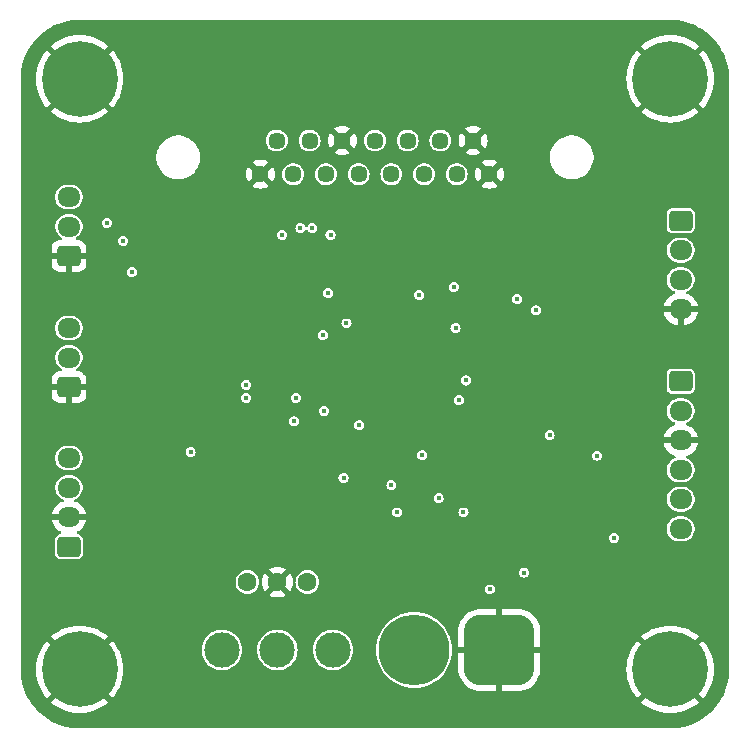
<source format=gbr>
%TF.GenerationSoftware,KiCad,Pcbnew,8.0.8*%
%TF.CreationDate,2025-01-29T06:10:27+01:00*%
%TF.ProjectId,ProjetCorps,50726f6a-6574-4436-9f72-70732e6b6963,rev?*%
%TF.SameCoordinates,Original*%
%TF.FileFunction,Copper,L3,Inr*%
%TF.FilePolarity,Positive*%
%FSLAX46Y46*%
G04 Gerber Fmt 4.6, Leading zero omitted, Abs format (unit mm)*
G04 Created by KiCad (PCBNEW 8.0.8) date 2025-01-29 06:10:27*
%MOMM*%
%LPD*%
G01*
G04 APERTURE LIST*
G04 Aperture macros list*
%AMRoundRect*
0 Rectangle with rounded corners*
0 $1 Rounding radius*
0 $2 $3 $4 $5 $6 $7 $8 $9 X,Y pos of 4 corners*
0 Add a 4 corners polygon primitive as box body*
4,1,4,$2,$3,$4,$5,$6,$7,$8,$9,$2,$3,0*
0 Add four circle primitives for the rounded corners*
1,1,$1+$1,$2,$3*
1,1,$1+$1,$4,$5*
1,1,$1+$1,$6,$7*
1,1,$1+$1,$8,$9*
0 Add four rect primitives between the rounded corners*
20,1,$1+$1,$2,$3,$4,$5,0*
20,1,$1+$1,$4,$5,$6,$7,0*
20,1,$1+$1,$6,$7,$8,$9,0*
20,1,$1+$1,$8,$9,$2,$3,0*%
G04 Aperture macros list end*
%TA.AperFunction,ComponentPad*%
%ADD10C,0.800000*%
%TD*%
%TA.AperFunction,ComponentPad*%
%ADD11C,6.400000*%
%TD*%
%TA.AperFunction,ComponentPad*%
%ADD12RoundRect,0.250000X0.725000X-0.600000X0.725000X0.600000X-0.725000X0.600000X-0.725000X-0.600000X0*%
%TD*%
%TA.AperFunction,ComponentPad*%
%ADD13O,1.950000X1.700000*%
%TD*%
%TA.AperFunction,ComponentPad*%
%ADD14RoundRect,0.250000X-0.725000X0.600000X-0.725000X-0.600000X0.725000X-0.600000X0.725000X0.600000X0*%
%TD*%
%TA.AperFunction,ComponentPad*%
%ADD15C,3.000000*%
%TD*%
%TA.AperFunction,ComponentPad*%
%ADD16C,1.600000*%
%TD*%
%TA.AperFunction,ComponentPad*%
%ADD17RoundRect,1.500000X1.500000X1.500000X-1.500000X1.500000X-1.500000X-1.500000X1.500000X-1.500000X0*%
%TD*%
%TA.AperFunction,ComponentPad*%
%ADD18C,6.000000*%
%TD*%
%TA.AperFunction,ComponentPad*%
%ADD19C,1.447800*%
%TD*%
%TA.AperFunction,ViaPad*%
%ADD20C,0.450000*%
%TD*%
G04 APERTURE END LIST*
D10*
%TO.N,GND*%
%TO.C,H102*%
X92600000Y-45000000D03*
X93302944Y-43302944D03*
X93302944Y-46697056D03*
X95000000Y-42600000D03*
D11*
X95000000Y-45000000D03*
D10*
X95000000Y-47400000D03*
X96697056Y-43302944D03*
X96697056Y-46697056D03*
X97400000Y-45000000D03*
%TD*%
%TO.N,GND*%
%TO.C,H103*%
X42600000Y-95000000D03*
X43302944Y-93302944D03*
X43302944Y-96697056D03*
X45000000Y-92600000D03*
D11*
X45000000Y-95000000D03*
D10*
X45000000Y-97400000D03*
X46697056Y-93302944D03*
X46697056Y-96697056D03*
X47400000Y-95000000D03*
%TD*%
D12*
%TO.N,GND*%
%TO.C,J103*%
X44100000Y-71100000D03*
D13*
%TO.N,+12V*%
X44100000Y-68600000D03*
%TO.N,UART_HD_XL430*%
X44100000Y-66100000D03*
%TD*%
D14*
%TO.N,UART_mp3_RX*%
%TO.C,J1*%
X95900000Y-57000000D03*
D13*
%TO.N,UART_mp3_TX*%
X95900000Y-59500000D03*
%TO.N,+5V*%
X95900000Y-62000000D03*
%TO.N,GND*%
X95900000Y-64500000D03*
%TD*%
D10*
%TO.N,GND*%
%TO.C,H101*%
X42600000Y-45000000D03*
X43302944Y-43302944D03*
X43302944Y-46697056D03*
X45000000Y-42600000D03*
D11*
X45000000Y-45000000D03*
D10*
X45000000Y-47400000D03*
X46697056Y-43302944D03*
X46697056Y-46697056D03*
X47400000Y-45000000D03*
%TD*%
D15*
%TO.N,+12V*%
%TO.C,SW101*%
X57050000Y-93350000D03*
%TO.N,Net-(J101-Pin_2)*%
X61750000Y-93350000D03*
%TO.N,unconnected-(SW101-C-Pad3)*%
X66450000Y-93350000D03*
%TD*%
D16*
%TO.N,+12V*%
%TO.C,U104*%
X59210000Y-87600000D03*
%TO.N,GND*%
X61750000Y-87600000D03*
%TO.N,+5V*%
X64290000Y-87600000D03*
%TD*%
D17*
%TO.N,GND*%
%TO.C,J101*%
X80525000Y-93350000D03*
D18*
%TO.N,Net-(J101-Pin_2)*%
X73325000Y-93350000D03*
%TD*%
D12*
%TO.N,unconnected-(J3-Pin_1-Pad1)*%
%TO.C,J3*%
X44100000Y-84600000D03*
D13*
%TO.N,GND*%
X44100000Y-82100000D03*
%TO.N,PWM_TIM4_CH1*%
X44100000Y-79600000D03*
%TO.N,+5V*%
X44100000Y-77100000D03*
%TD*%
D14*
%TO.N,unconnected-(J2-Pin_1-Pad1)*%
%TO.C,J2*%
X95900000Y-70600000D03*
D13*
%TO.N,+5V*%
X95900000Y-73100000D03*
%TO.N,GND*%
X95900000Y-75600000D03*
%TO.N,UART_hc05_TX*%
X95900000Y-78100000D03*
%TO.N,UART_hc05_RX*%
X95900000Y-80600000D03*
%TO.N,unconnected-(J2-Pin_6-Pad6)*%
X95900000Y-83100000D03*
%TD*%
D10*
%TO.N,GND*%
%TO.C,H104*%
X92600000Y-95000000D03*
X93302944Y-93302944D03*
X93302944Y-96697056D03*
X95000000Y-92600000D03*
D11*
X95000000Y-95000000D03*
D10*
X95000000Y-97400000D03*
X96697056Y-93302944D03*
X96697056Y-96697056D03*
X97400000Y-95000000D03*
%TD*%
D19*
%TO.N,GND*%
%TO.C,J104*%
X60315002Y-53059999D03*
%TO.N,PWM_TIM2_CH2*%
X63085001Y-53059999D03*
%TO.N,PWM_TIM2_CH1*%
X65855001Y-53059999D03*
%TO.N,PWM_TIM1_CH4*%
X68625001Y-53059999D03*
%TO.N,PWM_TIM1_CH3*%
X71395000Y-53059999D03*
%TO.N,PWM_TIM1_CH2*%
X74165000Y-53059999D03*
%TO.N,PWM_TIM1_CH1*%
X76934999Y-53059999D03*
%TO.N,GND*%
X79704999Y-53059999D03*
%TO.N,+12V*%
X61700000Y-50220000D03*
X64470000Y-50220000D03*
%TO.N,GND*%
X67239999Y-50220000D03*
%TO.N,I2C_SCL*%
X70009999Y-50220000D03*
%TO.N,I2C_SDA*%
X72779999Y-50220000D03*
%TO.N,TOF_INT*%
X75549998Y-50220000D03*
%TO.N,GND*%
X78319998Y-50220000D03*
%TD*%
D12*
%TO.N,GND*%
%TO.C,J102*%
X44100000Y-60000000D03*
D13*
%TO.N,+12V*%
X44100000Y-57500000D03*
%TO.N,UART_HD_XL430*%
X44100000Y-55000000D03*
%TD*%
D20*
%TO.N,+3.3V*%
X74000000Y-76850000D03*
X48700000Y-58700000D03*
X90250000Y-83850000D03*
X73750000Y-63300000D03*
X63150000Y-74000000D03*
X66250000Y-58200000D03*
X59100000Y-70900000D03*
X59100000Y-72000000D03*
X76830000Y-66120000D03*
X62150000Y-58200000D03*
X77500000Y-81700000D03*
X66050000Y-63150000D03*
X63300000Y-72000000D03*
X71900000Y-81700000D03*
X75400000Y-80500000D03*
X54400000Y-76600000D03*
%TO.N,GND*%
X67000000Y-77300000D03*
X88300000Y-94700000D03*
X75300000Y-59600000D03*
X67000000Y-62050000D03*
X88800000Y-63100000D03*
X72000000Y-61000000D03*
X60700000Y-76550000D03*
X82300000Y-77300000D03*
X51350000Y-71300000D03*
X80800000Y-79600000D03*
X69900000Y-41700000D03*
X54500000Y-90900000D03*
X93100000Y-75000000D03*
X47700000Y-50400000D03*
X90200000Y-60300000D03*
X56500000Y-69250000D03*
X91800000Y-84600000D03*
X73020000Y-76880000D03*
X90650000Y-79450000D03*
X90250000Y-81350000D03*
X49100000Y-77100000D03*
X93000000Y-51700000D03*
X55500000Y-42500000D03*
X51000000Y-68100000D03*
X75200000Y-85600000D03*
X81700000Y-85350000D03*
X78300000Y-42800000D03*
X57000000Y-57000000D03*
X50500000Y-81950000D03*
X91800000Y-89600000D03*
X50800000Y-56900000D03*
X86600000Y-56100000D03*
X63650000Y-65600000D03*
X85200000Y-43500000D03*
X98900000Y-50000000D03*
X77900000Y-72700000D03*
X86600000Y-59650000D03*
X61100000Y-72000000D03*
X61100000Y-70900000D03*
X87500000Y-91300000D03*
X64100000Y-45500000D03*
X91500000Y-57800000D03*
X61900000Y-82300000D03*
X74200000Y-46400000D03*
X60550000Y-66750000D03*
X53850000Y-60500000D03*
X55300000Y-46300000D03*
X63050000Y-69300000D03*
X67000000Y-63150000D03*
X49700000Y-90100000D03*
X59300000Y-59800000D03*
X53850000Y-59000000D03*
X65500000Y-71250000D03*
X49400000Y-85050000D03*
X55100000Y-63800000D03*
X87450000Y-73150000D03*
X90200000Y-82550000D03*
X87450000Y-67200000D03*
X53850000Y-62200000D03*
X41400000Y-50300000D03*
X57650000Y-77600000D03*
X58500000Y-74650000D03*
X63050000Y-67400000D03*
X48300000Y-72000000D03*
X70950000Y-84200000D03*
X63150000Y-73000000D03*
X76850000Y-67050000D03*
X51700000Y-96800000D03*
X51200000Y-92500000D03*
X83800000Y-62100000D03*
X86600000Y-57850000D03*
X65000000Y-56000000D03*
X82400000Y-48600000D03*
X57950000Y-84150000D03*
X60100000Y-63300000D03*
X81200000Y-67200000D03*
%TO.N,NRST*%
X76675000Y-62600000D03*
X82060000Y-63640000D03*
%TO.N,+5V*%
X49429081Y-61370919D03*
X82600000Y-86800000D03*
X79740000Y-88220000D03*
%TO.N,+12V*%
X47312653Y-57187347D03*
%TO.N,I2C_SCL*%
X63700000Y-57650000D03*
%TO.N,I2C_SDA*%
X64700000Y-57650000D03*
%TO.N,UART_DEBUG_RX*%
X65600000Y-66700000D03*
X88800000Y-76900000D03*
%TO.N,UART_DEBUG_TX*%
X84800000Y-75175000D03*
X67600000Y-65700000D03*
%TO.N,UART_mp3_RX*%
X83645000Y-64600000D03*
X77720000Y-70530000D03*
%TO.N,UART_mp3_TX*%
X77100000Y-72200000D03*
%TO.N,UART_hc05_RX*%
X67350000Y-78775000D03*
%TO.N,UART_hc05_TX*%
X65700000Y-73100000D03*
%TO.N,PWM_TIM4_CH1*%
X71400000Y-79400000D03*
%TO.N,TOF_INT*%
X68677499Y-74322501D03*
%TD*%
%TA.AperFunction,Conductor*%
%TO.N,GND*%
G36*
X95000641Y-40000006D02*
G01*
X95213481Y-40002328D01*
X95222915Y-40002792D01*
X95647552Y-40039943D01*
X95658270Y-40041354D01*
X96077393Y-40115256D01*
X96087921Y-40117590D01*
X96499033Y-40227747D01*
X96509322Y-40230992D01*
X96909255Y-40376555D01*
X96919221Y-40380683D01*
X97304942Y-40560547D01*
X97314528Y-40565538D01*
X97683088Y-40778326D01*
X97692207Y-40784135D01*
X98040820Y-41028237D01*
X98049402Y-41034822D01*
X98375420Y-41308383D01*
X98383395Y-41315692D01*
X98684307Y-41616604D01*
X98691616Y-41624579D01*
X98965177Y-41950597D01*
X98971762Y-41959179D01*
X99215864Y-42307792D01*
X99221676Y-42316916D01*
X99434459Y-42685467D01*
X99439454Y-42695062D01*
X99619310Y-43080764D01*
X99623450Y-43090759D01*
X99769003Y-43490664D01*
X99772256Y-43500980D01*
X99882405Y-43912061D01*
X99884746Y-43922623D01*
X99958644Y-44341725D01*
X99960056Y-44352450D01*
X99997206Y-44777073D01*
X99997671Y-44786527D01*
X99999993Y-44999357D01*
X100000000Y-45000710D01*
X100000000Y-94999289D01*
X99999993Y-95000642D01*
X99997671Y-95213472D01*
X99997206Y-95222926D01*
X99960056Y-95647549D01*
X99958644Y-95658274D01*
X99884746Y-96077376D01*
X99882405Y-96087938D01*
X99772256Y-96499019D01*
X99769003Y-96509335D01*
X99623450Y-96909240D01*
X99619310Y-96919235D01*
X99439454Y-97304937D01*
X99434459Y-97314532D01*
X99221676Y-97683083D01*
X99215864Y-97692207D01*
X98971762Y-98040820D01*
X98965177Y-98049402D01*
X98691616Y-98375420D01*
X98684307Y-98383395D01*
X98383395Y-98684307D01*
X98375420Y-98691616D01*
X98049402Y-98965177D01*
X98040820Y-98971762D01*
X97692207Y-99215864D01*
X97683083Y-99221676D01*
X97314532Y-99434459D01*
X97304937Y-99439454D01*
X96919235Y-99619310D01*
X96909240Y-99623450D01*
X96509335Y-99769003D01*
X96499019Y-99772256D01*
X96087938Y-99882405D01*
X96077376Y-99884746D01*
X95658274Y-99958644D01*
X95647549Y-99960056D01*
X95222926Y-99997206D01*
X95213472Y-99997671D01*
X95005455Y-99999940D01*
X95000640Y-99999993D01*
X94999290Y-100000000D01*
X45000710Y-100000000D01*
X44999359Y-99999993D01*
X44994454Y-99999939D01*
X44786527Y-99997671D01*
X44777073Y-99997206D01*
X44352450Y-99960056D01*
X44341725Y-99958644D01*
X43922623Y-99884746D01*
X43912061Y-99882405D01*
X43500980Y-99772256D01*
X43490664Y-99769003D01*
X43090759Y-99623450D01*
X43080764Y-99619310D01*
X42695062Y-99439454D01*
X42685467Y-99434459D01*
X42316916Y-99221676D01*
X42307792Y-99215864D01*
X41959179Y-98971762D01*
X41950597Y-98965177D01*
X41624579Y-98691616D01*
X41616604Y-98684307D01*
X41315692Y-98383395D01*
X41308383Y-98375420D01*
X41034822Y-98049402D01*
X41028237Y-98040820D01*
X40997887Y-97997476D01*
X40784132Y-97692203D01*
X40778323Y-97683083D01*
X40565540Y-97314532D01*
X40560545Y-97304937D01*
X40501252Y-97177783D01*
X40380683Y-96919221D01*
X40376555Y-96909255D01*
X40230992Y-96509322D01*
X40227747Y-96499033D01*
X40117590Y-96087921D01*
X40115256Y-96077393D01*
X40041354Y-95658270D01*
X40039943Y-95647549D01*
X40037241Y-95616660D01*
X40002792Y-95222915D01*
X40002328Y-95213471D01*
X40000007Y-95000641D01*
X40000004Y-94999999D01*
X41294922Y-94999999D01*
X41294922Y-95000000D01*
X41315219Y-95387287D01*
X41375886Y-95770323D01*
X41375887Y-95770330D01*
X41476262Y-96144936D01*
X41615244Y-96506994D01*
X41791310Y-96852543D01*
X42002523Y-97177783D01*
X42002525Y-97177785D01*
X42211096Y-97435348D01*
X43705747Y-95940697D01*
X43779588Y-96042330D01*
X43957670Y-96220412D01*
X44059301Y-96294251D01*
X42564650Y-97788902D01*
X42822214Y-97997475D01*
X42822216Y-97997476D01*
X43147456Y-98208689D01*
X43493005Y-98384755D01*
X43855063Y-98523737D01*
X44229669Y-98624112D01*
X44229676Y-98624113D01*
X44612712Y-98684780D01*
X44999999Y-98705078D01*
X45000001Y-98705078D01*
X45387287Y-98684780D01*
X45770323Y-98624113D01*
X45770330Y-98624112D01*
X46144936Y-98523737D01*
X46506994Y-98384755D01*
X46852543Y-98208689D01*
X47177771Y-97997484D01*
X47177784Y-97997474D01*
X47435348Y-97788902D01*
X45940698Y-96294252D01*
X46042330Y-96220412D01*
X46220412Y-96042330D01*
X46294252Y-95940698D01*
X47788902Y-97435348D01*
X47997474Y-97177784D01*
X47997484Y-97177771D01*
X48208689Y-96852543D01*
X48384755Y-96506994D01*
X48523737Y-96144936D01*
X48624112Y-95770330D01*
X48624113Y-95770323D01*
X48684780Y-95387287D01*
X48705078Y-95000000D01*
X48705078Y-94999999D01*
X48684780Y-94612712D01*
X48624113Y-94229676D01*
X48624112Y-94229669D01*
X48523737Y-93855063D01*
X48384755Y-93493005D01*
X48311888Y-93349995D01*
X55344732Y-93349995D01*
X55344732Y-93350004D01*
X55363777Y-93604154D01*
X55406171Y-93789895D01*
X55420492Y-93852637D01*
X55513607Y-94089888D01*
X55641041Y-94310612D01*
X55799950Y-94509877D01*
X55986783Y-94683232D01*
X56197366Y-94826805D01*
X56197371Y-94826807D01*
X56197372Y-94826808D01*
X56197373Y-94826809D01*
X56295527Y-94874077D01*
X56426992Y-94937387D01*
X56426993Y-94937387D01*
X56426996Y-94937389D01*
X56670542Y-95012513D01*
X56922565Y-95050500D01*
X57177435Y-95050500D01*
X57429458Y-95012513D01*
X57673004Y-94937389D01*
X57902634Y-94826805D01*
X58113217Y-94683232D01*
X58300050Y-94509877D01*
X58458959Y-94310612D01*
X58586393Y-94089888D01*
X58679508Y-93852637D01*
X58736222Y-93604157D01*
X58755268Y-93350000D01*
X58755268Y-93349995D01*
X60044732Y-93349995D01*
X60044732Y-93350004D01*
X60063777Y-93604154D01*
X60106171Y-93789895D01*
X60120492Y-93852637D01*
X60213607Y-94089888D01*
X60341041Y-94310612D01*
X60499950Y-94509877D01*
X60686783Y-94683232D01*
X60897366Y-94826805D01*
X60897371Y-94826807D01*
X60897372Y-94826808D01*
X60897373Y-94826809D01*
X60995527Y-94874077D01*
X61126992Y-94937387D01*
X61126993Y-94937387D01*
X61126996Y-94937389D01*
X61370542Y-95012513D01*
X61622565Y-95050500D01*
X61877435Y-95050500D01*
X62129458Y-95012513D01*
X62373004Y-94937389D01*
X62602634Y-94826805D01*
X62813217Y-94683232D01*
X63000050Y-94509877D01*
X63158959Y-94310612D01*
X63286393Y-94089888D01*
X63379508Y-93852637D01*
X63436222Y-93604157D01*
X63455268Y-93350000D01*
X63455268Y-93349995D01*
X64744732Y-93349995D01*
X64744732Y-93350004D01*
X64763777Y-93604154D01*
X64806171Y-93789895D01*
X64820492Y-93852637D01*
X64913607Y-94089888D01*
X65041041Y-94310612D01*
X65199950Y-94509877D01*
X65386783Y-94683232D01*
X65597366Y-94826805D01*
X65597371Y-94826807D01*
X65597372Y-94826808D01*
X65597373Y-94826809D01*
X65695527Y-94874077D01*
X65826992Y-94937387D01*
X65826993Y-94937387D01*
X65826996Y-94937389D01*
X66070542Y-95012513D01*
X66322565Y-95050500D01*
X66577435Y-95050500D01*
X66829458Y-95012513D01*
X67073004Y-94937389D01*
X67302634Y-94826805D01*
X67513217Y-94683232D01*
X67700050Y-94509877D01*
X67858959Y-94310612D01*
X67986393Y-94089888D01*
X68079508Y-93852637D01*
X68136222Y-93604157D01*
X68155268Y-93350000D01*
X70119457Y-93350000D01*
X70139612Y-93708902D01*
X70139614Y-93708914D01*
X70199826Y-94063296D01*
X70199828Y-94063305D01*
X70299339Y-94408718D01*
X70299341Y-94408724D01*
X70436906Y-94740833D01*
X70484423Y-94826809D01*
X70610790Y-95055454D01*
X70730963Y-95224821D01*
X70818806Y-95348623D01*
X71058339Y-95616661D01*
X71326377Y-95856194D01*
X71619548Y-96064211D01*
X71934167Y-96238094D01*
X72266276Y-96375659D01*
X72611700Y-96475173D01*
X72966093Y-96535387D01*
X73325000Y-96555543D01*
X73683907Y-96535387D01*
X74038300Y-96475173D01*
X74383724Y-96375659D01*
X74715833Y-96238094D01*
X75030452Y-96064211D01*
X75323623Y-95856194D01*
X75591661Y-95616661D01*
X75831194Y-95348623D01*
X76039211Y-95055452D01*
X76213094Y-94740833D01*
X76350659Y-94408724D01*
X76450173Y-94063300D01*
X76510387Y-93708907D01*
X76530543Y-93350000D01*
X76510387Y-92991093D01*
X76450173Y-92636700D01*
X76350659Y-92291276D01*
X76213094Y-91959167D01*
X76113278Y-91778563D01*
X77025000Y-91778563D01*
X77025000Y-93100000D01*
X78288498Y-93100000D01*
X78275000Y-93202527D01*
X78275000Y-93497473D01*
X78288498Y-93600000D01*
X77025000Y-93600000D01*
X77025000Y-94921436D01*
X77040300Y-95135362D01*
X77101109Y-95414895D01*
X77201091Y-95682958D01*
X77338191Y-95934038D01*
X77338192Y-95934039D01*
X77509639Y-96163065D01*
X77509649Y-96163077D01*
X77711922Y-96365350D01*
X77711934Y-96365360D01*
X77940960Y-96536807D01*
X77940961Y-96536808D01*
X78192042Y-96673908D01*
X78192041Y-96673908D01*
X78460104Y-96773890D01*
X78739637Y-96834699D01*
X78953563Y-96849999D01*
X78953566Y-96850000D01*
X80275000Y-96850000D01*
X80275000Y-95586502D01*
X80377527Y-95600000D01*
X80672473Y-95600000D01*
X80775000Y-95586502D01*
X80775000Y-96850000D01*
X82096434Y-96850000D01*
X82096436Y-96849999D01*
X82310362Y-96834699D01*
X82589895Y-96773890D01*
X82857958Y-96673908D01*
X83109038Y-96536808D01*
X83109039Y-96536807D01*
X83338065Y-96365360D01*
X83338077Y-96365350D01*
X83540350Y-96163077D01*
X83540360Y-96163065D01*
X83711807Y-95934039D01*
X83711808Y-95934038D01*
X83848908Y-95682958D01*
X83948890Y-95414895D01*
X84009699Y-95135362D01*
X84019380Y-94999999D01*
X91294922Y-94999999D01*
X91294922Y-95000000D01*
X91315219Y-95387287D01*
X91375886Y-95770323D01*
X91375887Y-95770330D01*
X91476262Y-96144936D01*
X91615244Y-96506994D01*
X91791310Y-96852543D01*
X92002523Y-97177783D01*
X92002525Y-97177785D01*
X92211096Y-97435348D01*
X93705747Y-95940697D01*
X93779588Y-96042330D01*
X93957670Y-96220412D01*
X94059301Y-96294251D01*
X92564650Y-97788902D01*
X92822214Y-97997475D01*
X92822216Y-97997476D01*
X93147456Y-98208689D01*
X93493005Y-98384755D01*
X93855063Y-98523737D01*
X94229669Y-98624112D01*
X94229676Y-98624113D01*
X94612712Y-98684780D01*
X94999999Y-98705078D01*
X95000001Y-98705078D01*
X95387287Y-98684780D01*
X95770323Y-98624113D01*
X95770330Y-98624112D01*
X96144936Y-98523737D01*
X96506994Y-98384755D01*
X96852543Y-98208689D01*
X97177771Y-97997484D01*
X97177784Y-97997474D01*
X97435348Y-97788902D01*
X95940698Y-96294252D01*
X96042330Y-96220412D01*
X96220412Y-96042330D01*
X96294252Y-95940698D01*
X97788902Y-97435348D01*
X97997474Y-97177784D01*
X97997484Y-97177771D01*
X98208689Y-96852543D01*
X98384755Y-96506994D01*
X98523737Y-96144936D01*
X98624112Y-95770330D01*
X98624113Y-95770323D01*
X98684780Y-95387287D01*
X98705078Y-95000000D01*
X98705078Y-94999999D01*
X98684780Y-94612712D01*
X98624113Y-94229676D01*
X98624112Y-94229669D01*
X98523737Y-93855063D01*
X98384755Y-93493005D01*
X98208689Y-93147456D01*
X97997476Y-92822216D01*
X97997475Y-92822214D01*
X97788902Y-92564650D01*
X96294251Y-94059301D01*
X96220412Y-93957670D01*
X96042330Y-93779588D01*
X95940698Y-93705748D01*
X97435349Y-92211096D01*
X97177785Y-92002525D01*
X97177783Y-92002523D01*
X96852543Y-91791310D01*
X96506994Y-91615244D01*
X96144936Y-91476262D01*
X95770330Y-91375887D01*
X95770323Y-91375886D01*
X95387287Y-91315219D01*
X95000001Y-91294922D01*
X94999999Y-91294922D01*
X94612712Y-91315219D01*
X94229676Y-91375886D01*
X94229669Y-91375887D01*
X93855063Y-91476262D01*
X93493005Y-91615244D01*
X93147456Y-91791310D01*
X92822206Y-92002531D01*
X92564649Y-92211095D01*
X92564649Y-92211096D01*
X94059301Y-93705748D01*
X93957670Y-93779588D01*
X93779588Y-93957670D01*
X93705748Y-94059301D01*
X92211096Y-92564649D01*
X92211095Y-92564649D01*
X92002531Y-92822206D01*
X91791310Y-93147456D01*
X91615244Y-93493005D01*
X91476262Y-93855063D01*
X91375887Y-94229669D01*
X91375886Y-94229676D01*
X91315219Y-94612712D01*
X91294922Y-94999999D01*
X84019380Y-94999999D01*
X84024999Y-94921436D01*
X84025000Y-94921434D01*
X84025000Y-93600000D01*
X82761502Y-93600000D01*
X82775000Y-93497473D01*
X82775000Y-93202527D01*
X82761502Y-93100000D01*
X84025000Y-93100000D01*
X84025000Y-91778566D01*
X84024999Y-91778563D01*
X84009699Y-91564637D01*
X83948890Y-91285104D01*
X83848908Y-91017041D01*
X83711808Y-90765961D01*
X83711807Y-90765960D01*
X83540360Y-90536934D01*
X83540350Y-90536922D01*
X83338077Y-90334649D01*
X83338065Y-90334639D01*
X83109039Y-90163192D01*
X83109038Y-90163191D01*
X82857957Y-90026091D01*
X82857958Y-90026091D01*
X82589895Y-89926109D01*
X82310362Y-89865300D01*
X82096436Y-89850000D01*
X80775000Y-89850000D01*
X80775000Y-91113497D01*
X80672473Y-91100000D01*
X80377527Y-91100000D01*
X80275000Y-91113497D01*
X80275000Y-89850000D01*
X78953563Y-89850000D01*
X78739637Y-89865300D01*
X78460104Y-89926109D01*
X78192041Y-90026091D01*
X77940961Y-90163191D01*
X77940960Y-90163192D01*
X77711934Y-90334639D01*
X77711922Y-90334649D01*
X77509649Y-90536922D01*
X77509639Y-90536934D01*
X77338192Y-90765960D01*
X77338191Y-90765961D01*
X77201091Y-91017041D01*
X77101109Y-91285104D01*
X77040300Y-91564637D01*
X77025000Y-91778563D01*
X76113278Y-91778563D01*
X76039211Y-91644548D01*
X75831194Y-91351377D01*
X75591661Y-91083339D01*
X75323623Y-90843806D01*
X75323622Y-90843805D01*
X75030454Y-90635790D01*
X74715831Y-90461905D01*
X74629086Y-90425974D01*
X74383724Y-90324341D01*
X74383720Y-90324339D01*
X74383718Y-90324339D01*
X74038305Y-90224828D01*
X74038296Y-90224826D01*
X73683914Y-90164614D01*
X73683902Y-90164612D01*
X73325000Y-90144457D01*
X72966097Y-90164612D01*
X72966085Y-90164614D01*
X72611703Y-90224826D01*
X72611694Y-90224828D01*
X72266281Y-90324339D01*
X72266276Y-90324340D01*
X72266276Y-90324341D01*
X72230341Y-90339225D01*
X71934168Y-90461905D01*
X71619545Y-90635790D01*
X71326377Y-90843805D01*
X71058339Y-91083339D01*
X70818805Y-91351377D01*
X70610790Y-91644545D01*
X70436905Y-91959168D01*
X70299339Y-92291281D01*
X70199828Y-92636694D01*
X70199826Y-92636703D01*
X70139614Y-92991085D01*
X70139612Y-92991097D01*
X70119457Y-93350000D01*
X68155268Y-93350000D01*
X68136222Y-93095843D01*
X68079508Y-92847363D01*
X67986393Y-92610112D01*
X67858959Y-92389388D01*
X67700050Y-92190123D01*
X67513217Y-92016768D01*
X67302634Y-91873195D01*
X67302630Y-91873193D01*
X67302627Y-91873191D01*
X67302626Y-91873190D01*
X67073006Y-91762612D01*
X67073008Y-91762612D01*
X66829466Y-91687489D01*
X66829462Y-91687488D01*
X66829458Y-91687487D01*
X66708231Y-91669214D01*
X66577440Y-91649500D01*
X66577435Y-91649500D01*
X66322565Y-91649500D01*
X66322559Y-91649500D01*
X66165609Y-91673157D01*
X66070542Y-91687487D01*
X66070539Y-91687488D01*
X66070533Y-91687489D01*
X65826992Y-91762612D01*
X65597373Y-91873190D01*
X65597372Y-91873191D01*
X65386782Y-92016768D01*
X65199952Y-92190121D01*
X65199950Y-92190123D01*
X65041041Y-92389388D01*
X64913608Y-92610109D01*
X64820492Y-92847362D01*
X64820490Y-92847369D01*
X64763777Y-93095845D01*
X64744732Y-93349995D01*
X63455268Y-93349995D01*
X63436222Y-93095843D01*
X63379508Y-92847363D01*
X63286393Y-92610112D01*
X63158959Y-92389388D01*
X63000050Y-92190123D01*
X62813217Y-92016768D01*
X62602634Y-91873195D01*
X62602630Y-91873193D01*
X62602627Y-91873191D01*
X62602626Y-91873190D01*
X62373006Y-91762612D01*
X62373008Y-91762612D01*
X62129466Y-91687489D01*
X62129462Y-91687488D01*
X62129458Y-91687487D01*
X62008231Y-91669214D01*
X61877440Y-91649500D01*
X61877435Y-91649500D01*
X61622565Y-91649500D01*
X61622559Y-91649500D01*
X61465609Y-91673157D01*
X61370542Y-91687487D01*
X61370539Y-91687488D01*
X61370533Y-91687489D01*
X61126992Y-91762612D01*
X60897373Y-91873190D01*
X60897372Y-91873191D01*
X60686782Y-92016768D01*
X60499952Y-92190121D01*
X60499950Y-92190123D01*
X60341041Y-92389388D01*
X60213608Y-92610109D01*
X60120492Y-92847362D01*
X60120490Y-92847369D01*
X60063777Y-93095845D01*
X60044732Y-93349995D01*
X58755268Y-93349995D01*
X58736222Y-93095843D01*
X58679508Y-92847363D01*
X58586393Y-92610112D01*
X58458959Y-92389388D01*
X58300050Y-92190123D01*
X58113217Y-92016768D01*
X57902634Y-91873195D01*
X57902630Y-91873193D01*
X57902627Y-91873191D01*
X57902626Y-91873190D01*
X57673006Y-91762612D01*
X57673008Y-91762612D01*
X57429466Y-91687489D01*
X57429462Y-91687488D01*
X57429458Y-91687487D01*
X57308231Y-91669214D01*
X57177440Y-91649500D01*
X57177435Y-91649500D01*
X56922565Y-91649500D01*
X56922559Y-91649500D01*
X56765609Y-91673157D01*
X56670542Y-91687487D01*
X56670539Y-91687488D01*
X56670533Y-91687489D01*
X56426992Y-91762612D01*
X56197373Y-91873190D01*
X56197372Y-91873191D01*
X55986782Y-92016768D01*
X55799952Y-92190121D01*
X55799950Y-92190123D01*
X55641041Y-92389388D01*
X55513608Y-92610109D01*
X55420492Y-92847362D01*
X55420490Y-92847369D01*
X55363777Y-93095845D01*
X55344732Y-93349995D01*
X48311888Y-93349995D01*
X48208689Y-93147456D01*
X47997476Y-92822216D01*
X47997475Y-92822214D01*
X47788902Y-92564650D01*
X46294251Y-94059301D01*
X46220412Y-93957670D01*
X46042330Y-93779588D01*
X45940698Y-93705748D01*
X47435349Y-92211096D01*
X47177785Y-92002525D01*
X47177783Y-92002523D01*
X46852543Y-91791310D01*
X46506994Y-91615244D01*
X46144936Y-91476262D01*
X45770330Y-91375887D01*
X45770323Y-91375886D01*
X45387287Y-91315219D01*
X45000001Y-91294922D01*
X44999999Y-91294922D01*
X44612712Y-91315219D01*
X44229676Y-91375886D01*
X44229669Y-91375887D01*
X43855063Y-91476262D01*
X43493005Y-91615244D01*
X43147456Y-91791310D01*
X42822206Y-92002531D01*
X42564649Y-92211095D01*
X42564649Y-92211096D01*
X44059301Y-93705748D01*
X43957670Y-93779588D01*
X43779588Y-93957670D01*
X43705748Y-94059301D01*
X42211096Y-92564649D01*
X42211095Y-92564649D01*
X42002531Y-92822206D01*
X41791310Y-93147456D01*
X41615244Y-93493005D01*
X41476262Y-93855063D01*
X41375887Y-94229669D01*
X41375886Y-94229676D01*
X41315219Y-94612712D01*
X41294922Y-94999999D01*
X40000004Y-94999999D01*
X40000000Y-94999289D01*
X40000000Y-87600000D01*
X58204659Y-87600000D01*
X58223975Y-87796129D01*
X58223976Y-87796132D01*
X58271729Y-87953553D01*
X58281188Y-87984733D01*
X58374086Y-88158532D01*
X58374090Y-88158539D01*
X58499116Y-88310883D01*
X58651460Y-88435909D01*
X58651467Y-88435913D01*
X58825266Y-88528811D01*
X58825269Y-88528811D01*
X58825273Y-88528814D01*
X59013868Y-88586024D01*
X59210000Y-88605341D01*
X59406132Y-88586024D01*
X59594727Y-88528814D01*
X59768538Y-88435910D01*
X59920883Y-88310883D01*
X60045910Y-88158538D01*
X60105893Y-88046317D01*
X60138811Y-87984733D01*
X60138811Y-87984732D01*
X60138814Y-87984727D01*
X60196024Y-87796132D01*
X60206274Y-87692054D01*
X60232434Y-87627268D01*
X60270299Y-87600474D01*
X60387967Y-87600474D01*
X60419674Y-87618906D01*
X60451505Y-87681103D01*
X60453205Y-87693401D01*
X60464858Y-87826600D01*
X60464860Y-87826610D01*
X60523730Y-88046317D01*
X60523735Y-88046331D01*
X60619863Y-88252478D01*
X60670974Y-88325472D01*
X61267037Y-87729408D01*
X61284075Y-87792993D01*
X61349901Y-87907007D01*
X61442993Y-88000099D01*
X61557007Y-88065925D01*
X61620590Y-88082962D01*
X61024526Y-88679025D01*
X61097513Y-88730132D01*
X61097521Y-88730136D01*
X61303668Y-88826264D01*
X61303682Y-88826269D01*
X61523389Y-88885139D01*
X61523400Y-88885141D01*
X61749998Y-88904966D01*
X61750002Y-88904966D01*
X61976599Y-88885141D01*
X61976610Y-88885139D01*
X62196317Y-88826269D01*
X62196331Y-88826264D01*
X62402478Y-88730136D01*
X62475471Y-88679024D01*
X61879409Y-88082962D01*
X61942993Y-88065925D01*
X62057007Y-88000099D01*
X62150099Y-87907007D01*
X62215925Y-87792993D01*
X62232962Y-87729409D01*
X62829024Y-88325471D01*
X62880136Y-88252478D01*
X62976264Y-88046331D01*
X62976269Y-88046317D01*
X63035139Y-87826610D01*
X63035141Y-87826599D01*
X63046794Y-87693402D01*
X63072246Y-87628333D01*
X63110818Y-87600402D01*
X63228459Y-87600402D01*
X63259383Y-87617930D01*
X63291891Y-87679776D01*
X63293725Y-87692055D01*
X63303975Y-87796129D01*
X63303976Y-87796132D01*
X63351729Y-87953553D01*
X63361188Y-87984733D01*
X63454086Y-88158532D01*
X63454090Y-88158539D01*
X63579116Y-88310883D01*
X63731460Y-88435909D01*
X63731467Y-88435913D01*
X63905266Y-88528811D01*
X63905269Y-88528811D01*
X63905273Y-88528814D01*
X64093868Y-88586024D01*
X64290000Y-88605341D01*
X64486132Y-88586024D01*
X64674727Y-88528814D01*
X64848538Y-88435910D01*
X65000883Y-88310883D01*
X65075472Y-88219997D01*
X79309196Y-88219997D01*
X79309196Y-88220002D01*
X79330279Y-88353121D01*
X79330280Y-88353124D01*
X79330281Y-88353126D01*
X79391472Y-88473220D01*
X79391473Y-88473221D01*
X79391476Y-88473225D01*
X79486774Y-88568523D01*
X79486778Y-88568526D01*
X79486780Y-88568528D01*
X79606874Y-88629719D01*
X79606876Y-88629719D01*
X79606878Y-88629720D01*
X79739998Y-88650804D01*
X79740000Y-88650804D01*
X79740002Y-88650804D01*
X79873121Y-88629720D01*
X79873121Y-88629719D01*
X79873126Y-88629719D01*
X79993220Y-88568528D01*
X80088528Y-88473220D01*
X80149719Y-88353126D01*
X80170804Y-88220000D01*
X80161069Y-88158538D01*
X80149720Y-88086878D01*
X80149719Y-88086876D01*
X80149719Y-88086874D01*
X80088528Y-87966780D01*
X80088526Y-87966778D01*
X80088523Y-87966774D01*
X79993225Y-87871476D01*
X79993221Y-87871473D01*
X79993220Y-87871472D01*
X79873126Y-87810281D01*
X79873124Y-87810280D01*
X79873121Y-87810279D01*
X79740002Y-87789196D01*
X79739998Y-87789196D01*
X79606878Y-87810279D01*
X79486778Y-87871473D01*
X79486774Y-87871476D01*
X79391476Y-87966774D01*
X79391473Y-87966778D01*
X79330279Y-88086878D01*
X79309196Y-88219997D01*
X65075472Y-88219997D01*
X65125910Y-88158538D01*
X65185893Y-88046317D01*
X65218811Y-87984733D01*
X65218811Y-87984732D01*
X65218814Y-87984727D01*
X65276024Y-87796132D01*
X65295341Y-87600000D01*
X65276024Y-87403868D01*
X65218814Y-87215273D01*
X65218811Y-87215269D01*
X65218811Y-87215266D01*
X65125913Y-87041467D01*
X65125909Y-87041460D01*
X65000883Y-86889116D01*
X64892292Y-86799997D01*
X82169196Y-86799997D01*
X82169196Y-86800002D01*
X82190279Y-86933121D01*
X82190280Y-86933124D01*
X82190281Y-86933126D01*
X82197616Y-86947521D01*
X82251473Y-87053221D01*
X82251476Y-87053225D01*
X82346774Y-87148523D01*
X82346778Y-87148526D01*
X82346780Y-87148528D01*
X82466874Y-87209719D01*
X82466876Y-87209719D01*
X82466878Y-87209720D01*
X82599998Y-87230804D01*
X82600000Y-87230804D01*
X82600002Y-87230804D01*
X82733121Y-87209720D01*
X82733121Y-87209719D01*
X82733126Y-87209719D01*
X82853220Y-87148528D01*
X82948528Y-87053220D01*
X83009719Y-86933126D01*
X83009720Y-86933121D01*
X83030804Y-86800002D01*
X83030804Y-86799997D01*
X83009720Y-86666878D01*
X83009719Y-86666876D01*
X83009719Y-86666874D01*
X82948528Y-86546780D01*
X82948526Y-86546778D01*
X82948523Y-86546774D01*
X82853225Y-86451476D01*
X82853221Y-86451473D01*
X82853220Y-86451472D01*
X82733126Y-86390281D01*
X82733124Y-86390280D01*
X82733121Y-86390279D01*
X82600002Y-86369196D01*
X82599998Y-86369196D01*
X82466878Y-86390279D01*
X82346778Y-86451473D01*
X82346774Y-86451476D01*
X82251476Y-86546774D01*
X82251473Y-86546778D01*
X82190279Y-86666878D01*
X82169196Y-86799997D01*
X64892292Y-86799997D01*
X64848539Y-86764090D01*
X64848532Y-86764086D01*
X64674733Y-86671188D01*
X64674727Y-86671186D01*
X64486132Y-86613976D01*
X64486129Y-86613975D01*
X64290000Y-86594659D01*
X64093870Y-86613975D01*
X63905266Y-86671188D01*
X63731467Y-86764086D01*
X63731460Y-86764090D01*
X63579116Y-86889116D01*
X63454090Y-87041460D01*
X63454086Y-87041467D01*
X63361188Y-87215266D01*
X63303975Y-87403870D01*
X63293725Y-87507945D01*
X63267564Y-87572732D01*
X63228459Y-87600402D01*
X63110818Y-87600402D01*
X63112031Y-87599524D01*
X63080325Y-87581092D01*
X63048493Y-87518894D01*
X63046794Y-87506597D01*
X63035141Y-87373400D01*
X63035139Y-87373389D01*
X62976269Y-87153682D01*
X62976264Y-87153668D01*
X62880136Y-86947521D01*
X62880132Y-86947513D01*
X62829025Y-86874526D01*
X62232962Y-87470589D01*
X62215925Y-87407007D01*
X62150099Y-87292993D01*
X62057007Y-87199901D01*
X61942993Y-87134075D01*
X61879408Y-87117037D01*
X62475472Y-86520974D01*
X62402478Y-86469863D01*
X62196331Y-86373735D01*
X62196317Y-86373730D01*
X61976610Y-86314860D01*
X61976599Y-86314858D01*
X61750002Y-86295034D01*
X61749998Y-86295034D01*
X61523400Y-86314858D01*
X61523389Y-86314860D01*
X61303682Y-86373730D01*
X61303673Y-86373734D01*
X61097516Y-86469866D01*
X61097512Y-86469868D01*
X61024526Y-86520973D01*
X61024526Y-86520974D01*
X61620590Y-87117037D01*
X61557007Y-87134075D01*
X61442993Y-87199901D01*
X61349901Y-87292993D01*
X61284075Y-87407007D01*
X61267037Y-87470590D01*
X60670974Y-86874526D01*
X60670973Y-86874526D01*
X60619868Y-86947512D01*
X60619866Y-86947516D01*
X60523734Y-87153673D01*
X60523730Y-87153682D01*
X60464860Y-87373389D01*
X60464858Y-87373399D01*
X60453205Y-87506598D01*
X60427752Y-87571666D01*
X60387967Y-87600474D01*
X60270299Y-87600474D01*
X60271538Y-87599597D01*
X60240615Y-87582069D01*
X60208108Y-87520222D01*
X60206274Y-87507949D01*
X60196024Y-87403868D01*
X60138814Y-87215273D01*
X60138811Y-87215269D01*
X60138811Y-87215266D01*
X60045913Y-87041467D01*
X60045909Y-87041460D01*
X59920883Y-86889116D01*
X59768539Y-86764090D01*
X59768532Y-86764086D01*
X59594733Y-86671188D01*
X59594727Y-86671186D01*
X59406132Y-86613976D01*
X59406129Y-86613975D01*
X59210000Y-86594659D01*
X59013870Y-86613975D01*
X58825266Y-86671188D01*
X58651467Y-86764086D01*
X58651460Y-86764090D01*
X58499116Y-86889116D01*
X58374090Y-87041460D01*
X58374086Y-87041467D01*
X58281188Y-87215266D01*
X58223975Y-87403870D01*
X58204659Y-87600000D01*
X40000000Y-87600000D01*
X40000000Y-81850000D01*
X42647769Y-81850000D01*
X43695854Y-81850000D01*
X43657370Y-81916657D01*
X43625000Y-82037465D01*
X43625000Y-82162535D01*
X43657370Y-82283343D01*
X43695854Y-82350000D01*
X42647769Y-82350000D01*
X42658242Y-82416126D01*
X42658242Y-82416129D01*
X42723904Y-82618217D01*
X42820379Y-82807557D01*
X42945272Y-82979459D01*
X42945276Y-82979464D01*
X43095535Y-83129723D01*
X43095540Y-83129727D01*
X43267442Y-83254620D01*
X43385971Y-83315015D01*
X43436767Y-83362990D01*
X43453562Y-83430811D01*
X43431024Y-83496946D01*
X43376309Y-83540397D01*
X43329676Y-83549500D01*
X43320730Y-83549500D01*
X43290300Y-83552353D01*
X43290298Y-83552353D01*
X43162119Y-83597206D01*
X43162117Y-83597207D01*
X43052850Y-83677850D01*
X42972207Y-83787117D01*
X42972206Y-83787119D01*
X42927353Y-83915298D01*
X42927353Y-83915300D01*
X42924500Y-83945730D01*
X42924500Y-85254269D01*
X42927353Y-85284699D01*
X42927353Y-85284701D01*
X42972206Y-85412880D01*
X42972207Y-85412882D01*
X43052850Y-85522150D01*
X43162118Y-85602793D01*
X43204845Y-85617744D01*
X43290299Y-85647646D01*
X43320730Y-85650500D01*
X43320734Y-85650500D01*
X44879270Y-85650500D01*
X44909699Y-85647646D01*
X44909701Y-85647646D01*
X44973790Y-85625219D01*
X45037882Y-85602793D01*
X45147150Y-85522150D01*
X45227793Y-85412882D01*
X45250219Y-85348790D01*
X45272646Y-85284701D01*
X45272646Y-85284699D01*
X45275500Y-85254269D01*
X45275500Y-83945730D01*
X45272646Y-83915300D01*
X45272646Y-83915298D01*
X45249796Y-83849997D01*
X89819196Y-83849997D01*
X89819196Y-83850002D01*
X89840279Y-83983121D01*
X89840280Y-83983124D01*
X89840281Y-83983126D01*
X89901472Y-84103220D01*
X89901473Y-84103221D01*
X89901476Y-84103225D01*
X89996774Y-84198523D01*
X89996778Y-84198526D01*
X89996780Y-84198528D01*
X90116874Y-84259719D01*
X90116876Y-84259719D01*
X90116878Y-84259720D01*
X90249998Y-84280804D01*
X90250000Y-84280804D01*
X90250002Y-84280804D01*
X90383121Y-84259720D01*
X90383121Y-84259719D01*
X90383126Y-84259719D01*
X90503220Y-84198528D01*
X90598528Y-84103220D01*
X90659719Y-83983126D01*
X90659720Y-83983121D01*
X90680804Y-83850002D01*
X90680804Y-83849997D01*
X90659720Y-83716878D01*
X90659719Y-83716876D01*
X90659719Y-83716874D01*
X90598528Y-83596780D01*
X90598526Y-83596778D01*
X90598523Y-83596774D01*
X90503225Y-83501476D01*
X90503221Y-83501473D01*
X90503220Y-83501472D01*
X90383126Y-83440281D01*
X90383124Y-83440280D01*
X90383121Y-83440279D01*
X90250002Y-83419196D01*
X90249998Y-83419196D01*
X90116878Y-83440279D01*
X89996778Y-83501473D01*
X89996774Y-83501476D01*
X89901476Y-83596774D01*
X89901473Y-83596778D01*
X89840279Y-83716878D01*
X89819196Y-83849997D01*
X45249796Y-83849997D01*
X45227793Y-83787119D01*
X45227792Y-83787117D01*
X45214906Y-83769657D01*
X45147150Y-83677850D01*
X45037882Y-83597207D01*
X45037880Y-83597206D01*
X44909700Y-83552353D01*
X44879270Y-83549500D01*
X44879266Y-83549500D01*
X44870324Y-83549500D01*
X44803285Y-83529815D01*
X44757530Y-83477011D01*
X44747586Y-83407853D01*
X44776611Y-83344297D01*
X44814029Y-83315015D01*
X44932557Y-83254620D01*
X45104459Y-83129727D01*
X45104464Y-83129723D01*
X45237657Y-82996530D01*
X94724500Y-82996530D01*
X94724500Y-83203469D01*
X94764868Y-83406412D01*
X94764870Y-83406420D01*
X94844058Y-83597596D01*
X94959024Y-83769657D01*
X95105342Y-83915975D01*
X95105345Y-83915977D01*
X95277402Y-84030941D01*
X95468580Y-84110130D01*
X95671530Y-84150499D01*
X95671534Y-84150500D01*
X95671535Y-84150500D01*
X96128466Y-84150500D01*
X96128467Y-84150499D01*
X96331420Y-84110130D01*
X96522598Y-84030941D01*
X96694655Y-83915977D01*
X96840977Y-83769655D01*
X96955941Y-83597598D01*
X97035130Y-83406420D01*
X97075500Y-83203465D01*
X97075500Y-82996535D01*
X97035130Y-82793580D01*
X96955941Y-82602402D01*
X96840977Y-82430345D01*
X96840975Y-82430342D01*
X96694657Y-82284024D01*
X96608626Y-82226541D01*
X96522598Y-82169059D01*
X96379339Y-82109719D01*
X96331420Y-82089870D01*
X96331412Y-82089868D01*
X96128469Y-82049500D01*
X96128465Y-82049500D01*
X95671535Y-82049500D01*
X95671530Y-82049500D01*
X95468587Y-82089868D01*
X95468579Y-82089870D01*
X95277403Y-82169058D01*
X95105342Y-82284024D01*
X94959024Y-82430342D01*
X94844058Y-82602403D01*
X94764870Y-82793579D01*
X94764868Y-82793587D01*
X94724500Y-82996530D01*
X45237657Y-82996530D01*
X45254723Y-82979464D01*
X45254727Y-82979459D01*
X45379620Y-82807557D01*
X45476095Y-82618217D01*
X45541757Y-82416129D01*
X45541757Y-82416126D01*
X45552231Y-82350000D01*
X44504146Y-82350000D01*
X44542630Y-82283343D01*
X44575000Y-82162535D01*
X44575000Y-82037465D01*
X44542630Y-81916657D01*
X44504146Y-81850000D01*
X45552231Y-81850000D01*
X45541757Y-81783873D01*
X45541757Y-81783870D01*
X45514505Y-81699997D01*
X71469196Y-81699997D01*
X71469196Y-81700002D01*
X71490279Y-81833121D01*
X71490280Y-81833124D01*
X71490281Y-81833126D01*
X71551472Y-81953220D01*
X71551473Y-81953221D01*
X71551476Y-81953225D01*
X71646774Y-82048523D01*
X71646778Y-82048526D01*
X71646780Y-82048528D01*
X71766874Y-82109719D01*
X71766876Y-82109719D01*
X71766878Y-82109720D01*
X71899998Y-82130804D01*
X71900000Y-82130804D01*
X71900002Y-82130804D01*
X72033121Y-82109720D01*
X72033121Y-82109719D01*
X72033126Y-82109719D01*
X72153220Y-82048528D01*
X72248528Y-81953220D01*
X72309719Y-81833126D01*
X72317520Y-81783873D01*
X72330804Y-81700002D01*
X72330804Y-81699997D01*
X77069196Y-81699997D01*
X77069196Y-81700002D01*
X77090279Y-81833121D01*
X77090280Y-81833124D01*
X77090281Y-81833126D01*
X77151472Y-81953220D01*
X77151473Y-81953221D01*
X77151476Y-81953225D01*
X77246774Y-82048523D01*
X77246778Y-82048526D01*
X77246780Y-82048528D01*
X77366874Y-82109719D01*
X77366876Y-82109719D01*
X77366878Y-82109720D01*
X77499998Y-82130804D01*
X77500000Y-82130804D01*
X77500002Y-82130804D01*
X77633121Y-82109720D01*
X77633121Y-82109719D01*
X77633126Y-82109719D01*
X77753220Y-82048528D01*
X77848528Y-81953220D01*
X77909719Y-81833126D01*
X77917520Y-81783873D01*
X77930804Y-81700002D01*
X77930804Y-81699997D01*
X77909720Y-81566878D01*
X77909719Y-81566876D01*
X77909719Y-81566874D01*
X77848528Y-81446780D01*
X77848526Y-81446778D01*
X77848523Y-81446774D01*
X77753225Y-81351476D01*
X77753221Y-81351473D01*
X77753220Y-81351472D01*
X77633126Y-81290281D01*
X77633124Y-81290280D01*
X77633121Y-81290279D01*
X77500002Y-81269196D01*
X77499998Y-81269196D01*
X77366878Y-81290279D01*
X77246778Y-81351473D01*
X77246774Y-81351476D01*
X77151476Y-81446774D01*
X77151473Y-81446778D01*
X77090279Y-81566878D01*
X77069196Y-81699997D01*
X72330804Y-81699997D01*
X72309720Y-81566878D01*
X72309719Y-81566876D01*
X72309719Y-81566874D01*
X72248528Y-81446780D01*
X72248526Y-81446778D01*
X72248523Y-81446774D01*
X72153225Y-81351476D01*
X72153221Y-81351473D01*
X72153220Y-81351472D01*
X72033126Y-81290281D01*
X72033124Y-81290280D01*
X72033121Y-81290279D01*
X71900002Y-81269196D01*
X71899998Y-81269196D01*
X71766878Y-81290279D01*
X71646778Y-81351473D01*
X71646774Y-81351476D01*
X71551476Y-81446774D01*
X71551473Y-81446778D01*
X71490279Y-81566878D01*
X71469196Y-81699997D01*
X45514505Y-81699997D01*
X45476095Y-81581782D01*
X45379620Y-81392442D01*
X45254727Y-81220540D01*
X45254723Y-81220535D01*
X45104464Y-81070276D01*
X45104459Y-81070272D01*
X44932557Y-80945379D01*
X44743216Y-80848904D01*
X44621144Y-80809240D01*
X44563468Y-80769802D01*
X44536270Y-80705444D01*
X44548185Y-80636597D01*
X44595429Y-80585122D01*
X44612006Y-80576749D01*
X44722598Y-80530941D01*
X44768909Y-80499997D01*
X74969196Y-80499997D01*
X74969196Y-80500002D01*
X74990279Y-80633121D01*
X74990280Y-80633124D01*
X74990281Y-80633126D01*
X75026123Y-80703469D01*
X75051473Y-80753221D01*
X75051476Y-80753225D01*
X75146774Y-80848523D01*
X75146778Y-80848526D01*
X75146780Y-80848528D01*
X75266874Y-80909719D01*
X75266876Y-80909719D01*
X75266878Y-80909720D01*
X75399998Y-80930804D01*
X75400000Y-80930804D01*
X75400002Y-80930804D01*
X75533121Y-80909720D01*
X75533121Y-80909719D01*
X75533126Y-80909719D01*
X75653220Y-80848528D01*
X75748528Y-80753220D01*
X75809719Y-80633126D01*
X75817322Y-80585122D01*
X75830804Y-80500002D01*
X75830804Y-80499997D01*
X75830255Y-80496530D01*
X94724500Y-80496530D01*
X94724500Y-80703469D01*
X94764868Y-80906412D01*
X94764870Y-80906420D01*
X94844058Y-81097596D01*
X94959024Y-81269657D01*
X95105342Y-81415975D01*
X95105345Y-81415977D01*
X95277402Y-81530941D01*
X95468580Y-81610130D01*
X95671530Y-81650499D01*
X95671534Y-81650500D01*
X95671535Y-81650500D01*
X96128466Y-81650500D01*
X96128467Y-81650499D01*
X96331420Y-81610130D01*
X96522598Y-81530941D01*
X96694655Y-81415977D01*
X96840977Y-81269655D01*
X96955941Y-81097598D01*
X97035130Y-80906420D01*
X97075500Y-80703465D01*
X97075500Y-80496535D01*
X97035130Y-80293580D01*
X96955941Y-80102402D01*
X96840977Y-79930345D01*
X96840975Y-79930342D01*
X96694657Y-79784024D01*
X96608626Y-79726541D01*
X96522598Y-79669059D01*
X96331420Y-79589870D01*
X96331412Y-79589868D01*
X96128469Y-79549500D01*
X96128465Y-79549500D01*
X95671535Y-79549500D01*
X95671530Y-79549500D01*
X95468587Y-79589868D01*
X95468579Y-79589870D01*
X95277403Y-79669058D01*
X95105342Y-79784024D01*
X94959024Y-79930342D01*
X94844058Y-80102403D01*
X94764870Y-80293579D01*
X94764868Y-80293587D01*
X94724500Y-80496530D01*
X75830255Y-80496530D01*
X75809720Y-80366878D01*
X75809719Y-80366876D01*
X75809719Y-80366874D01*
X75748528Y-80246780D01*
X75748526Y-80246778D01*
X75748523Y-80246774D01*
X75653225Y-80151476D01*
X75653221Y-80151473D01*
X75653220Y-80151472D01*
X75533126Y-80090281D01*
X75533124Y-80090280D01*
X75533121Y-80090279D01*
X75400002Y-80069196D01*
X75399998Y-80069196D01*
X75266878Y-80090279D01*
X75146778Y-80151473D01*
X75146774Y-80151476D01*
X75051476Y-80246774D01*
X75051473Y-80246778D01*
X74990279Y-80366878D01*
X74969196Y-80499997D01*
X44768909Y-80499997D01*
X44894655Y-80415977D01*
X45040977Y-80269655D01*
X45155941Y-80097598D01*
X45235130Y-79906420D01*
X45275500Y-79703465D01*
X45275500Y-79496535D01*
X45256298Y-79399997D01*
X70969196Y-79399997D01*
X70969196Y-79400002D01*
X70990279Y-79533121D01*
X70990280Y-79533124D01*
X70990281Y-79533126D01*
X71019193Y-79589868D01*
X71051473Y-79653221D01*
X71051476Y-79653225D01*
X71146774Y-79748523D01*
X71146778Y-79748526D01*
X71146780Y-79748528D01*
X71266874Y-79809719D01*
X71266876Y-79809719D01*
X71266878Y-79809720D01*
X71399998Y-79830804D01*
X71400000Y-79830804D01*
X71400002Y-79830804D01*
X71533121Y-79809720D01*
X71533121Y-79809719D01*
X71533126Y-79809719D01*
X71653220Y-79748528D01*
X71748528Y-79653220D01*
X71809719Y-79533126D01*
X71809720Y-79533121D01*
X71830804Y-79400002D01*
X71830804Y-79399997D01*
X71809720Y-79266878D01*
X71809719Y-79266876D01*
X71809719Y-79266874D01*
X71748528Y-79146780D01*
X71748526Y-79146778D01*
X71748523Y-79146774D01*
X71653225Y-79051476D01*
X71653221Y-79051473D01*
X71653220Y-79051472D01*
X71533126Y-78990281D01*
X71533124Y-78990280D01*
X71533121Y-78990279D01*
X71400002Y-78969196D01*
X71399998Y-78969196D01*
X71266878Y-78990279D01*
X71146778Y-79051473D01*
X71146774Y-79051476D01*
X71051476Y-79146774D01*
X71051473Y-79146778D01*
X70990279Y-79266878D01*
X70969196Y-79399997D01*
X45256298Y-79399997D01*
X45235130Y-79293580D01*
X45155941Y-79102402D01*
X45040977Y-78930345D01*
X45040975Y-78930342D01*
X44894657Y-78784024D01*
X44881147Y-78774997D01*
X66919196Y-78774997D01*
X66919196Y-78775002D01*
X66940279Y-78908121D01*
X66940280Y-78908124D01*
X66940281Y-78908126D01*
X67001472Y-79028220D01*
X67001473Y-79028221D01*
X67001476Y-79028225D01*
X67096774Y-79123523D01*
X67096778Y-79123526D01*
X67096780Y-79123528D01*
X67216874Y-79184719D01*
X67216876Y-79184719D01*
X67216878Y-79184720D01*
X67349998Y-79205804D01*
X67350000Y-79205804D01*
X67350002Y-79205804D01*
X67483121Y-79184720D01*
X67483121Y-79184719D01*
X67483126Y-79184719D01*
X67603220Y-79123528D01*
X67698528Y-79028220D01*
X67759719Y-78908126D01*
X67780804Y-78775000D01*
X67779957Y-78769655D01*
X67759720Y-78641878D01*
X67759719Y-78641876D01*
X67759719Y-78641874D01*
X67698528Y-78521780D01*
X67698526Y-78521778D01*
X67698523Y-78521774D01*
X67603225Y-78426476D01*
X67603221Y-78426473D01*
X67603220Y-78426472D01*
X67483126Y-78365281D01*
X67483124Y-78365280D01*
X67483121Y-78365279D01*
X67350002Y-78344196D01*
X67349998Y-78344196D01*
X67216878Y-78365279D01*
X67096778Y-78426473D01*
X67096774Y-78426476D01*
X67001476Y-78521774D01*
X67001473Y-78521778D01*
X66940279Y-78641878D01*
X66919196Y-78774997D01*
X44881147Y-78774997D01*
X44808626Y-78726541D01*
X44722598Y-78669059D01*
X44531420Y-78589870D01*
X44531412Y-78589868D01*
X44328469Y-78549500D01*
X44328465Y-78549500D01*
X43871535Y-78549500D01*
X43871530Y-78549500D01*
X43668587Y-78589868D01*
X43668579Y-78589870D01*
X43477403Y-78669058D01*
X43305342Y-78784024D01*
X43159024Y-78930342D01*
X43044058Y-79102403D01*
X42964870Y-79293579D01*
X42964868Y-79293587D01*
X42924500Y-79496530D01*
X42924500Y-79703469D01*
X42964868Y-79906412D01*
X42964870Y-79906420D01*
X43044058Y-80097596D01*
X43159024Y-80269657D01*
X43305342Y-80415975D01*
X43305345Y-80415977D01*
X43477402Y-80530941D01*
X43587990Y-80576748D01*
X43642393Y-80620589D01*
X43664458Y-80686883D01*
X43647179Y-80754582D01*
X43596042Y-80802193D01*
X43578856Y-80809240D01*
X43456781Y-80848905D01*
X43267442Y-80945379D01*
X43095540Y-81070272D01*
X43095535Y-81070276D01*
X42945276Y-81220535D01*
X42945272Y-81220540D01*
X42820379Y-81392442D01*
X42723904Y-81581782D01*
X42658242Y-81783870D01*
X42658242Y-81783873D01*
X42647769Y-81850000D01*
X40000000Y-81850000D01*
X40000000Y-76996530D01*
X42924500Y-76996530D01*
X42924500Y-77203469D01*
X42964868Y-77406412D01*
X42964870Y-77406420D01*
X43044058Y-77597596D01*
X43159024Y-77769657D01*
X43305342Y-77915975D01*
X43305345Y-77915977D01*
X43477402Y-78030941D01*
X43668580Y-78110130D01*
X43871530Y-78150499D01*
X43871534Y-78150500D01*
X43871535Y-78150500D01*
X44328466Y-78150500D01*
X44328467Y-78150499D01*
X44531420Y-78110130D01*
X44722598Y-78030941D01*
X44894655Y-77915977D01*
X45040977Y-77769655D01*
X45155941Y-77597598D01*
X45235130Y-77406420D01*
X45275500Y-77203465D01*
X45275500Y-76996535D01*
X45235130Y-76793580D01*
X45155941Y-76602402D01*
X45154334Y-76599997D01*
X53969196Y-76599997D01*
X53969196Y-76600002D01*
X53990279Y-76733121D01*
X53990280Y-76733124D01*
X53990281Y-76733126D01*
X54051472Y-76853220D01*
X54051473Y-76853221D01*
X54051476Y-76853225D01*
X54146774Y-76948523D01*
X54146778Y-76948526D01*
X54146780Y-76948528D01*
X54266874Y-77009719D01*
X54266876Y-77009719D01*
X54266878Y-77009720D01*
X54399998Y-77030804D01*
X54400000Y-77030804D01*
X54400002Y-77030804D01*
X54533121Y-77009720D01*
X54533121Y-77009719D01*
X54533126Y-77009719D01*
X54653220Y-76948528D01*
X54748528Y-76853220D01*
X54750170Y-76849997D01*
X73569196Y-76849997D01*
X73569196Y-76850002D01*
X73590279Y-76983121D01*
X73590280Y-76983124D01*
X73590281Y-76983126D01*
X73644670Y-77089870D01*
X73651473Y-77103221D01*
X73651476Y-77103225D01*
X73746774Y-77198523D01*
X73746778Y-77198526D01*
X73746780Y-77198528D01*
X73866874Y-77259719D01*
X73866876Y-77259719D01*
X73866878Y-77259720D01*
X73999998Y-77280804D01*
X74000000Y-77280804D01*
X74000002Y-77280804D01*
X74133121Y-77259720D01*
X74133121Y-77259719D01*
X74133126Y-77259719D01*
X74253220Y-77198528D01*
X74348528Y-77103220D01*
X74409719Y-76983126D01*
X74415692Y-76945416D01*
X74422886Y-76899997D01*
X88369196Y-76899997D01*
X88369196Y-76900002D01*
X88390279Y-77033121D01*
X88390280Y-77033124D01*
X88390281Y-77033126D01*
X88451472Y-77153220D01*
X88451473Y-77153221D01*
X88451476Y-77153225D01*
X88546774Y-77248523D01*
X88546778Y-77248526D01*
X88546780Y-77248528D01*
X88666874Y-77309719D01*
X88666876Y-77309719D01*
X88666878Y-77309720D01*
X88799998Y-77330804D01*
X88800000Y-77330804D01*
X88800002Y-77330804D01*
X88933121Y-77309720D01*
X88933121Y-77309719D01*
X88933126Y-77309719D01*
X89053220Y-77248528D01*
X89148528Y-77153220D01*
X89209719Y-77033126D01*
X89213426Y-77009720D01*
X89230804Y-76900002D01*
X89230804Y-76899997D01*
X89209720Y-76766878D01*
X89209719Y-76766876D01*
X89209719Y-76766874D01*
X89148528Y-76646780D01*
X89148526Y-76646778D01*
X89148523Y-76646774D01*
X89053225Y-76551476D01*
X89053221Y-76551473D01*
X89053220Y-76551472D01*
X88933126Y-76490281D01*
X88933124Y-76490280D01*
X88933121Y-76490279D01*
X88800002Y-76469196D01*
X88799998Y-76469196D01*
X88666878Y-76490279D01*
X88666874Y-76490280D01*
X88666874Y-76490281D01*
X88644903Y-76501476D01*
X88546778Y-76551473D01*
X88546774Y-76551476D01*
X88451476Y-76646774D01*
X88451473Y-76646778D01*
X88451472Y-76646780D01*
X88407477Y-76733126D01*
X88390279Y-76766878D01*
X88369196Y-76899997D01*
X74422886Y-76899997D01*
X74430804Y-76850002D01*
X74430804Y-76849997D01*
X74409720Y-76716878D01*
X74409719Y-76716876D01*
X74409719Y-76716874D01*
X74348528Y-76596780D01*
X74348526Y-76596778D01*
X74348523Y-76596774D01*
X74253225Y-76501476D01*
X74253221Y-76501473D01*
X74253220Y-76501472D01*
X74133126Y-76440281D01*
X74133124Y-76440280D01*
X74133121Y-76440279D01*
X74000002Y-76419196D01*
X73999998Y-76419196D01*
X73866878Y-76440279D01*
X73866874Y-76440280D01*
X73866874Y-76440281D01*
X73810125Y-76469196D01*
X73746778Y-76501473D01*
X73746774Y-76501476D01*
X73651476Y-76596774D01*
X73651473Y-76596778D01*
X73590279Y-76716878D01*
X73569196Y-76849997D01*
X54750170Y-76849997D01*
X54809719Y-76733126D01*
X54809720Y-76733121D01*
X54830804Y-76600002D01*
X54830804Y-76599997D01*
X54809720Y-76466878D01*
X54809719Y-76466876D01*
X54809719Y-76466874D01*
X54748528Y-76346780D01*
X54748526Y-76346778D01*
X54748523Y-76346774D01*
X54653225Y-76251476D01*
X54653221Y-76251473D01*
X54653220Y-76251472D01*
X54533126Y-76190281D01*
X54533124Y-76190280D01*
X54533121Y-76190279D01*
X54400002Y-76169196D01*
X54399998Y-76169196D01*
X54266878Y-76190279D01*
X54146778Y-76251473D01*
X54146774Y-76251476D01*
X54051476Y-76346774D01*
X54051473Y-76346778D01*
X53990279Y-76466878D01*
X53969196Y-76599997D01*
X45154334Y-76599997D01*
X45040977Y-76430345D01*
X45040975Y-76430342D01*
X44894657Y-76284024D01*
X44722803Y-76169196D01*
X44722598Y-76169059D01*
X44531420Y-76089870D01*
X44531412Y-76089868D01*
X44328469Y-76049500D01*
X44328465Y-76049500D01*
X43871535Y-76049500D01*
X43871530Y-76049500D01*
X43668587Y-76089868D01*
X43668579Y-76089870D01*
X43477403Y-76169058D01*
X43305342Y-76284024D01*
X43159024Y-76430342D01*
X43044058Y-76602403D01*
X42964870Y-76793579D01*
X42964868Y-76793587D01*
X42924500Y-76996530D01*
X40000000Y-76996530D01*
X40000000Y-75174997D01*
X84369196Y-75174997D01*
X84369196Y-75175002D01*
X84390279Y-75308121D01*
X84390280Y-75308124D01*
X84390281Y-75308126D01*
X84451472Y-75428220D01*
X84451473Y-75428221D01*
X84451476Y-75428225D01*
X84546774Y-75523523D01*
X84546778Y-75523526D01*
X84546780Y-75523528D01*
X84666874Y-75584719D01*
X84666876Y-75584719D01*
X84666878Y-75584720D01*
X84799998Y-75605804D01*
X84800000Y-75605804D01*
X84800002Y-75605804D01*
X84933121Y-75584720D01*
X84933121Y-75584719D01*
X84933126Y-75584719D01*
X85053220Y-75523528D01*
X85148528Y-75428220D01*
X85188383Y-75350000D01*
X94447769Y-75350000D01*
X95495854Y-75350000D01*
X95457370Y-75416657D01*
X95425000Y-75537465D01*
X95425000Y-75662535D01*
X95457370Y-75783343D01*
X95495854Y-75850000D01*
X94447769Y-75850000D01*
X94458242Y-75916126D01*
X94458242Y-75916129D01*
X94523904Y-76118217D01*
X94620379Y-76307557D01*
X94745272Y-76479459D01*
X94745276Y-76479464D01*
X94895535Y-76629723D01*
X94895540Y-76629727D01*
X95067442Y-76754620D01*
X95256782Y-76851095D01*
X95378855Y-76890759D01*
X95436530Y-76930196D01*
X95463729Y-76994555D01*
X95451815Y-77063401D01*
X95404570Y-77114877D01*
X95387990Y-77123251D01*
X95277404Y-77169057D01*
X95105342Y-77284024D01*
X94959024Y-77430342D01*
X94844058Y-77602403D01*
X94764870Y-77793579D01*
X94764868Y-77793587D01*
X94724500Y-77996530D01*
X94724500Y-78203469D01*
X94764868Y-78406412D01*
X94764870Y-78406420D01*
X94844058Y-78597596D01*
X94959024Y-78769657D01*
X95105342Y-78915975D01*
X95105345Y-78915977D01*
X95277402Y-79030941D01*
X95468580Y-79110130D01*
X95652803Y-79146774D01*
X95671530Y-79150499D01*
X95671534Y-79150500D01*
X95671535Y-79150500D01*
X96128466Y-79150500D01*
X96128467Y-79150499D01*
X96331420Y-79110130D01*
X96522598Y-79030941D01*
X96694655Y-78915977D01*
X96840977Y-78769655D01*
X96955941Y-78597598D01*
X97035130Y-78406420D01*
X97075500Y-78203465D01*
X97075500Y-77996535D01*
X97035130Y-77793580D01*
X96955941Y-77602402D01*
X96840977Y-77430345D01*
X96840975Y-77430342D01*
X96694657Y-77284024D01*
X96522596Y-77169057D01*
X96412009Y-77123251D01*
X96357606Y-77079410D01*
X96335541Y-77013116D01*
X96352820Y-76945416D01*
X96403958Y-76897806D01*
X96421144Y-76890759D01*
X96543217Y-76851095D01*
X96732557Y-76754620D01*
X96904459Y-76629727D01*
X96904464Y-76629723D01*
X97054723Y-76479464D01*
X97054727Y-76479459D01*
X97179620Y-76307557D01*
X97276095Y-76118217D01*
X97341757Y-75916129D01*
X97341757Y-75916126D01*
X97352231Y-75850000D01*
X96304146Y-75850000D01*
X96342630Y-75783343D01*
X96375000Y-75662535D01*
X96375000Y-75537465D01*
X96342630Y-75416657D01*
X96304146Y-75350000D01*
X97352231Y-75350000D01*
X97341757Y-75283873D01*
X97341757Y-75283870D01*
X97276095Y-75081782D01*
X97179620Y-74892442D01*
X97054727Y-74720540D01*
X97054723Y-74720535D01*
X96904464Y-74570276D01*
X96904459Y-74570272D01*
X96732557Y-74445379D01*
X96543216Y-74348904D01*
X96421144Y-74309240D01*
X96363468Y-74269802D01*
X96336270Y-74205444D01*
X96348185Y-74136597D01*
X96395429Y-74085122D01*
X96412006Y-74076749D01*
X96522598Y-74030941D01*
X96694655Y-73915977D01*
X96840977Y-73769655D01*
X96955941Y-73597598D01*
X97035130Y-73406420D01*
X97075500Y-73203465D01*
X97075500Y-72996535D01*
X97035130Y-72793580D01*
X96955941Y-72602402D01*
X96840977Y-72430345D01*
X96840975Y-72430342D01*
X96694657Y-72284024D01*
X96568900Y-72199997D01*
X96522598Y-72169059D01*
X96520874Y-72168345D01*
X96331420Y-72089870D01*
X96331412Y-72089868D01*
X96128469Y-72049500D01*
X96128465Y-72049500D01*
X95671535Y-72049500D01*
X95671530Y-72049500D01*
X95468587Y-72089868D01*
X95468579Y-72089870D01*
X95277403Y-72169058D01*
X95105342Y-72284024D01*
X94959024Y-72430342D01*
X94844058Y-72602403D01*
X94764870Y-72793579D01*
X94764868Y-72793587D01*
X94724500Y-72996530D01*
X94724500Y-73203469D01*
X94764868Y-73406412D01*
X94764870Y-73406420D01*
X94844058Y-73597596D01*
X94959024Y-73769657D01*
X95105342Y-73915975D01*
X95105345Y-73915977D01*
X95277402Y-74030941D01*
X95387990Y-74076748D01*
X95442393Y-74120589D01*
X95464458Y-74186883D01*
X95447179Y-74254582D01*
X95396042Y-74302193D01*
X95378856Y-74309240D01*
X95256781Y-74348905D01*
X95067442Y-74445379D01*
X94895540Y-74570272D01*
X94895535Y-74570276D01*
X94745276Y-74720535D01*
X94745272Y-74720540D01*
X94620379Y-74892442D01*
X94523904Y-75081782D01*
X94458242Y-75283870D01*
X94458242Y-75283873D01*
X94447769Y-75350000D01*
X85188383Y-75350000D01*
X85209719Y-75308126D01*
X85209720Y-75308121D01*
X85230804Y-75175002D01*
X85230804Y-75174997D01*
X85209720Y-75041878D01*
X85209719Y-75041876D01*
X85209719Y-75041874D01*
X85148528Y-74921780D01*
X85148526Y-74921778D01*
X85148523Y-74921774D01*
X85053225Y-74826476D01*
X85053221Y-74826473D01*
X85053220Y-74826472D01*
X84933126Y-74765281D01*
X84933124Y-74765280D01*
X84933121Y-74765279D01*
X84800002Y-74744196D01*
X84799998Y-74744196D01*
X84666878Y-74765279D01*
X84546778Y-74826473D01*
X84546774Y-74826476D01*
X84451476Y-74921774D01*
X84451473Y-74921778D01*
X84390279Y-75041878D01*
X84369196Y-75174997D01*
X40000000Y-75174997D01*
X40000000Y-73999997D01*
X62719196Y-73999997D01*
X62719196Y-74000002D01*
X62740279Y-74133121D01*
X62740280Y-74133124D01*
X62740281Y-74133126D01*
X62777129Y-74205444D01*
X62801473Y-74253221D01*
X62801476Y-74253225D01*
X62896774Y-74348523D01*
X62896778Y-74348526D01*
X62896780Y-74348528D01*
X63016874Y-74409719D01*
X63016876Y-74409719D01*
X63016878Y-74409720D01*
X63149998Y-74430804D01*
X63150000Y-74430804D01*
X63150002Y-74430804D01*
X63283121Y-74409720D01*
X63283121Y-74409719D01*
X63283126Y-74409719D01*
X63403220Y-74348528D01*
X63429250Y-74322498D01*
X68246695Y-74322498D01*
X68246695Y-74322503D01*
X68267778Y-74455622D01*
X68267779Y-74455625D01*
X68267780Y-74455627D01*
X68326195Y-74570272D01*
X68328972Y-74575722D01*
X68328975Y-74575726D01*
X68424273Y-74671024D01*
X68424277Y-74671027D01*
X68424279Y-74671029D01*
X68544373Y-74732220D01*
X68544375Y-74732220D01*
X68544377Y-74732221D01*
X68677497Y-74753305D01*
X68677499Y-74753305D01*
X68677501Y-74753305D01*
X68810620Y-74732221D01*
X68810620Y-74732220D01*
X68810625Y-74732220D01*
X68930719Y-74671029D01*
X69026027Y-74575721D01*
X69087218Y-74455627D01*
X69108303Y-74322501D01*
X69099956Y-74269802D01*
X69087219Y-74189379D01*
X69087218Y-74189377D01*
X69087218Y-74189375D01*
X69026027Y-74069281D01*
X69026025Y-74069279D01*
X69026022Y-74069275D01*
X68930724Y-73973977D01*
X68930720Y-73973974D01*
X68930719Y-73973973D01*
X68810625Y-73912782D01*
X68810623Y-73912781D01*
X68810620Y-73912780D01*
X68677501Y-73891697D01*
X68677497Y-73891697D01*
X68544377Y-73912780D01*
X68544373Y-73912781D01*
X68544373Y-73912782D01*
X68464310Y-73953576D01*
X68424277Y-73973974D01*
X68424273Y-73973977D01*
X68328975Y-74069275D01*
X68328972Y-74069279D01*
X68267778Y-74189379D01*
X68246695Y-74322498D01*
X63429250Y-74322498D01*
X63498528Y-74253220D01*
X63559719Y-74133126D01*
X63567322Y-74085122D01*
X63580804Y-74000002D01*
X63580804Y-73999997D01*
X63559720Y-73866878D01*
X63559719Y-73866876D01*
X63559719Y-73866874D01*
X63498528Y-73746780D01*
X63498526Y-73746778D01*
X63498523Y-73746774D01*
X63403225Y-73651476D01*
X63403221Y-73651473D01*
X63403220Y-73651472D01*
X63283126Y-73590281D01*
X63283124Y-73590280D01*
X63283121Y-73590279D01*
X63150002Y-73569196D01*
X63149998Y-73569196D01*
X63016878Y-73590279D01*
X62896778Y-73651473D01*
X62896774Y-73651476D01*
X62801476Y-73746774D01*
X62801473Y-73746778D01*
X62740279Y-73866878D01*
X62719196Y-73999997D01*
X40000000Y-73999997D01*
X40000000Y-73099997D01*
X65269196Y-73099997D01*
X65269196Y-73100002D01*
X65290279Y-73233121D01*
X65290280Y-73233124D01*
X65290281Y-73233126D01*
X65351472Y-73353220D01*
X65351473Y-73353221D01*
X65351476Y-73353225D01*
X65446774Y-73448523D01*
X65446778Y-73448526D01*
X65446780Y-73448528D01*
X65566874Y-73509719D01*
X65566876Y-73509719D01*
X65566878Y-73509720D01*
X65699998Y-73530804D01*
X65700000Y-73530804D01*
X65700002Y-73530804D01*
X65833121Y-73509720D01*
X65833121Y-73509719D01*
X65833126Y-73509719D01*
X65953220Y-73448528D01*
X66048528Y-73353220D01*
X66109719Y-73233126D01*
X66130804Y-73100000D01*
X66109719Y-72966874D01*
X66048528Y-72846780D01*
X66048526Y-72846778D01*
X66048523Y-72846774D01*
X65953225Y-72751476D01*
X65953221Y-72751473D01*
X65953220Y-72751472D01*
X65833126Y-72690281D01*
X65833124Y-72690280D01*
X65833121Y-72690279D01*
X65700002Y-72669196D01*
X65699998Y-72669196D01*
X65566878Y-72690279D01*
X65446778Y-72751473D01*
X65446774Y-72751476D01*
X65351476Y-72846774D01*
X65351473Y-72846778D01*
X65290279Y-72966878D01*
X65269196Y-73099997D01*
X40000000Y-73099997D01*
X40000000Y-70450013D01*
X42625000Y-70450013D01*
X42625000Y-70850000D01*
X43695854Y-70850000D01*
X43657370Y-70916657D01*
X43625000Y-71037465D01*
X43625000Y-71162535D01*
X43657370Y-71283343D01*
X43695854Y-71350000D01*
X42625001Y-71350000D01*
X42625001Y-71749986D01*
X42635494Y-71852697D01*
X42690641Y-72019119D01*
X42690643Y-72019124D01*
X42782684Y-72168345D01*
X42906654Y-72292315D01*
X43055875Y-72384356D01*
X43055880Y-72384358D01*
X43222302Y-72439505D01*
X43222309Y-72439506D01*
X43325019Y-72449999D01*
X43849999Y-72449999D01*
X43850000Y-72449998D01*
X43850000Y-71504145D01*
X43916657Y-71542630D01*
X44037465Y-71575000D01*
X44162535Y-71575000D01*
X44283343Y-71542630D01*
X44350000Y-71504145D01*
X44350000Y-72449999D01*
X44874972Y-72449999D01*
X44874986Y-72449998D01*
X44977697Y-72439505D01*
X45144119Y-72384358D01*
X45144124Y-72384356D01*
X45293345Y-72292315D01*
X45417315Y-72168345D01*
X45509356Y-72019124D01*
X45509358Y-72019119D01*
X45515694Y-71999997D01*
X58669196Y-71999997D01*
X58669196Y-72000002D01*
X58690279Y-72133121D01*
X58690280Y-72133124D01*
X58690281Y-72133126D01*
X58751472Y-72253220D01*
X58751473Y-72253221D01*
X58751476Y-72253225D01*
X58846774Y-72348523D01*
X58846778Y-72348526D01*
X58846780Y-72348528D01*
X58966874Y-72409719D01*
X58966876Y-72409719D01*
X58966878Y-72409720D01*
X59099998Y-72430804D01*
X59100000Y-72430804D01*
X59100002Y-72430804D01*
X59233121Y-72409720D01*
X59233121Y-72409719D01*
X59233126Y-72409719D01*
X59353220Y-72348528D01*
X59448528Y-72253220D01*
X59509719Y-72133126D01*
X59516570Y-72089870D01*
X59530804Y-72000002D01*
X59530804Y-71999997D01*
X62869196Y-71999997D01*
X62869196Y-72000002D01*
X62890279Y-72133121D01*
X62890280Y-72133124D01*
X62890281Y-72133126D01*
X62951472Y-72253220D01*
X62951473Y-72253221D01*
X62951476Y-72253225D01*
X63046774Y-72348523D01*
X63046778Y-72348526D01*
X63046780Y-72348528D01*
X63166874Y-72409719D01*
X63166876Y-72409719D01*
X63166878Y-72409720D01*
X63299998Y-72430804D01*
X63300000Y-72430804D01*
X63300002Y-72430804D01*
X63433121Y-72409720D01*
X63433121Y-72409719D01*
X63433126Y-72409719D01*
X63553220Y-72348528D01*
X63648528Y-72253220D01*
X63675646Y-72199997D01*
X76669196Y-72199997D01*
X76669196Y-72200002D01*
X76690279Y-72333121D01*
X76690280Y-72333124D01*
X76690281Y-72333126D01*
X76749831Y-72449999D01*
X76751473Y-72453221D01*
X76751476Y-72453225D01*
X76846774Y-72548523D01*
X76846778Y-72548526D01*
X76846780Y-72548528D01*
X76966874Y-72609719D01*
X76966876Y-72609719D01*
X76966878Y-72609720D01*
X77099998Y-72630804D01*
X77100000Y-72630804D01*
X77100002Y-72630804D01*
X77233121Y-72609720D01*
X77233121Y-72609719D01*
X77233126Y-72609719D01*
X77353220Y-72548528D01*
X77448528Y-72453220D01*
X77509719Y-72333126D01*
X77530804Y-72200000D01*
X77525903Y-72169059D01*
X77509720Y-72066878D01*
X77509719Y-72066876D01*
X77509719Y-72066874D01*
X77448528Y-71946780D01*
X77448526Y-71946778D01*
X77448523Y-71946774D01*
X77353225Y-71851476D01*
X77353221Y-71851473D01*
X77353220Y-71851472D01*
X77233126Y-71790281D01*
X77233124Y-71790280D01*
X77233121Y-71790279D01*
X77100002Y-71769196D01*
X77099998Y-71769196D01*
X76966878Y-71790279D01*
X76846778Y-71851473D01*
X76846774Y-71851476D01*
X76751476Y-71946774D01*
X76751473Y-71946778D01*
X76690279Y-72066878D01*
X76669196Y-72199997D01*
X63675646Y-72199997D01*
X63709719Y-72133126D01*
X63716570Y-72089870D01*
X63730804Y-72000002D01*
X63730804Y-71999997D01*
X63709720Y-71866878D01*
X63709719Y-71866876D01*
X63709719Y-71866874D01*
X63648528Y-71746780D01*
X63648526Y-71746778D01*
X63648523Y-71746774D01*
X63553225Y-71651476D01*
X63553221Y-71651473D01*
X63553220Y-71651472D01*
X63433126Y-71590281D01*
X63433124Y-71590280D01*
X63433121Y-71590279D01*
X63300002Y-71569196D01*
X63299998Y-71569196D01*
X63166878Y-71590279D01*
X63046778Y-71651473D01*
X63046774Y-71651476D01*
X62951476Y-71746774D01*
X62951473Y-71746778D01*
X62890279Y-71866878D01*
X62869196Y-71999997D01*
X59530804Y-71999997D01*
X59509720Y-71866878D01*
X59509719Y-71866876D01*
X59509719Y-71866874D01*
X59448528Y-71746780D01*
X59448526Y-71746778D01*
X59448523Y-71746774D01*
X59353225Y-71651476D01*
X59353221Y-71651473D01*
X59353220Y-71651472D01*
X59233126Y-71590281D01*
X59233124Y-71590280D01*
X59233121Y-71590279D01*
X59120693Y-71572473D01*
X59100386Y-71562846D01*
X59079307Y-71572473D01*
X58966878Y-71590279D01*
X58846778Y-71651473D01*
X58846774Y-71651476D01*
X58751476Y-71746774D01*
X58751473Y-71746778D01*
X58690279Y-71866878D01*
X58669196Y-71999997D01*
X45515694Y-71999997D01*
X45564505Y-71852697D01*
X45564506Y-71852690D01*
X45574999Y-71749986D01*
X45575000Y-71749973D01*
X45575000Y-71350000D01*
X44504146Y-71350000D01*
X44542630Y-71283343D01*
X44575000Y-71162535D01*
X44575000Y-71037465D01*
X44542630Y-70916657D01*
X44533011Y-70899997D01*
X58669196Y-70899997D01*
X58669196Y-70900002D01*
X58690279Y-71033121D01*
X58690280Y-71033124D01*
X58690281Y-71033126D01*
X58692492Y-71037465D01*
X58751473Y-71153221D01*
X58751476Y-71153225D01*
X58846774Y-71248523D01*
X58846778Y-71248526D01*
X58846780Y-71248528D01*
X58966874Y-71309719D01*
X58966876Y-71309719D01*
X58966878Y-71309720D01*
X59079307Y-71327527D01*
X59099613Y-71337153D01*
X59120693Y-71327527D01*
X59233121Y-71309720D01*
X59233121Y-71309719D01*
X59233126Y-71309719D01*
X59353220Y-71248528D01*
X59448528Y-71153220D01*
X59509719Y-71033126D01*
X59530804Y-70900000D01*
X59527403Y-70878528D01*
X59509720Y-70766878D01*
X59509719Y-70766876D01*
X59509719Y-70766874D01*
X59448528Y-70646780D01*
X59448526Y-70646778D01*
X59448523Y-70646774D01*
X59353225Y-70551476D01*
X59353221Y-70551473D01*
X59353220Y-70551472D01*
X59311073Y-70529997D01*
X77289196Y-70529997D01*
X77289196Y-70530002D01*
X77310279Y-70663121D01*
X77310280Y-70663124D01*
X77310281Y-70663126D01*
X77371472Y-70783220D01*
X77371473Y-70783221D01*
X77371476Y-70783225D01*
X77466774Y-70878523D01*
X77466778Y-70878526D01*
X77466780Y-70878528D01*
X77586874Y-70939719D01*
X77586876Y-70939719D01*
X77586878Y-70939720D01*
X77719998Y-70960804D01*
X77720000Y-70960804D01*
X77720002Y-70960804D01*
X77853121Y-70939720D01*
X77853121Y-70939719D01*
X77853126Y-70939719D01*
X77973220Y-70878528D01*
X78068528Y-70783220D01*
X78129719Y-70663126D01*
X78150804Y-70530000D01*
X78144513Y-70490281D01*
X78129720Y-70396878D01*
X78129719Y-70396876D01*
X78129719Y-70396874D01*
X78068528Y-70276780D01*
X78068526Y-70276778D01*
X78068523Y-70276774D01*
X77973225Y-70181476D01*
X77973221Y-70181473D01*
X77973220Y-70181472D01*
X77853126Y-70120281D01*
X77853124Y-70120280D01*
X77853121Y-70120279D01*
X77720002Y-70099196D01*
X77719998Y-70099196D01*
X77586878Y-70120279D01*
X77466778Y-70181473D01*
X77466774Y-70181476D01*
X77371476Y-70276774D01*
X77371473Y-70276778D01*
X77310279Y-70396878D01*
X77289196Y-70529997D01*
X59311073Y-70529997D01*
X59233126Y-70490281D01*
X59233124Y-70490280D01*
X59233121Y-70490279D01*
X59100002Y-70469196D01*
X59099998Y-70469196D01*
X58966878Y-70490279D01*
X58846778Y-70551473D01*
X58846774Y-70551476D01*
X58751476Y-70646774D01*
X58751473Y-70646778D01*
X58690279Y-70766878D01*
X58669196Y-70899997D01*
X44533011Y-70899997D01*
X44504146Y-70850000D01*
X45574999Y-70850000D01*
X45574999Y-70450028D01*
X45574998Y-70450013D01*
X45564505Y-70347302D01*
X45509358Y-70180880D01*
X45509356Y-70180875D01*
X45417315Y-70031654D01*
X45331391Y-69945730D01*
X94724500Y-69945730D01*
X94724500Y-71254269D01*
X94727353Y-71284699D01*
X94727353Y-71284701D01*
X94764780Y-71391657D01*
X94772207Y-71412882D01*
X94852850Y-71522150D01*
X94962118Y-71602793D01*
X95004845Y-71617744D01*
X95090299Y-71647646D01*
X95120730Y-71650500D01*
X95120734Y-71650500D01*
X96679270Y-71650500D01*
X96709699Y-71647646D01*
X96709701Y-71647646D01*
X96773790Y-71625219D01*
X96837882Y-71602793D01*
X96947150Y-71522150D01*
X97027793Y-71412882D01*
X97063891Y-71309720D01*
X97072646Y-71284701D01*
X97072646Y-71284699D01*
X97075500Y-71254269D01*
X97075500Y-69945730D01*
X97072646Y-69915300D01*
X97072646Y-69915298D01*
X97027793Y-69787119D01*
X97027792Y-69787117D01*
X96947150Y-69677850D01*
X96837882Y-69597207D01*
X96837880Y-69597206D01*
X96709700Y-69552353D01*
X96679270Y-69549500D01*
X96679266Y-69549500D01*
X95120734Y-69549500D01*
X95120730Y-69549500D01*
X95090300Y-69552353D01*
X95090298Y-69552353D01*
X94962119Y-69597206D01*
X94962117Y-69597207D01*
X94852850Y-69677850D01*
X94772207Y-69787117D01*
X94772206Y-69787119D01*
X94727353Y-69915298D01*
X94727353Y-69915300D01*
X94724500Y-69945730D01*
X45331391Y-69945730D01*
X45293345Y-69907684D01*
X45144124Y-69815643D01*
X45144119Y-69815641D01*
X44977697Y-69760494D01*
X44977690Y-69760493D01*
X44874986Y-69750000D01*
X44803526Y-69750000D01*
X44736487Y-69730315D01*
X44690732Y-69677511D01*
X44680788Y-69608353D01*
X44709813Y-69544797D01*
X44734633Y-69522899D01*
X44894655Y-69415977D01*
X45040977Y-69269655D01*
X45155941Y-69097598D01*
X45235130Y-68906420D01*
X45275500Y-68703465D01*
X45275500Y-68496535D01*
X45235130Y-68293580D01*
X45155941Y-68102402D01*
X45040977Y-67930345D01*
X45040975Y-67930342D01*
X44894657Y-67784024D01*
X44808626Y-67726541D01*
X44722598Y-67669059D01*
X44531420Y-67589870D01*
X44531412Y-67589868D01*
X44328469Y-67549500D01*
X44328465Y-67549500D01*
X43871535Y-67549500D01*
X43871530Y-67549500D01*
X43668587Y-67589868D01*
X43668579Y-67589870D01*
X43477403Y-67669058D01*
X43305342Y-67784024D01*
X43159024Y-67930342D01*
X43044058Y-68102403D01*
X42964870Y-68293579D01*
X42964868Y-68293587D01*
X42924500Y-68496530D01*
X42924500Y-68703469D01*
X42964868Y-68906412D01*
X42964870Y-68906420D01*
X43044058Y-69097596D01*
X43159024Y-69269657D01*
X43305342Y-69415975D01*
X43305345Y-69415977D01*
X43465367Y-69522899D01*
X43510170Y-69576509D01*
X43518878Y-69645834D01*
X43488724Y-69708862D01*
X43429282Y-69745581D01*
X43396477Y-69750000D01*
X43325029Y-69750000D01*
X43325012Y-69750001D01*
X43222302Y-69760494D01*
X43055880Y-69815641D01*
X43055875Y-69815643D01*
X42906654Y-69907684D01*
X42782684Y-70031654D01*
X42690643Y-70180875D01*
X42690641Y-70180880D01*
X42635494Y-70347302D01*
X42635493Y-70347309D01*
X42625000Y-70450013D01*
X40000000Y-70450013D01*
X40000000Y-65996530D01*
X42924500Y-65996530D01*
X42924500Y-66203469D01*
X42964868Y-66406412D01*
X42964870Y-66406420D01*
X43044058Y-66597596D01*
X43159024Y-66769657D01*
X43305342Y-66915975D01*
X43305345Y-66915977D01*
X43477402Y-67030941D01*
X43668580Y-67110130D01*
X43871530Y-67150499D01*
X43871534Y-67150500D01*
X43871535Y-67150500D01*
X44328466Y-67150500D01*
X44328467Y-67150499D01*
X44531420Y-67110130D01*
X44722598Y-67030941D01*
X44894655Y-66915977D01*
X45040977Y-66769655D01*
X45087521Y-66699997D01*
X65169196Y-66699997D01*
X65169196Y-66700002D01*
X65190279Y-66833121D01*
X65190280Y-66833124D01*
X65190281Y-66833126D01*
X65232495Y-66915975D01*
X65251473Y-66953221D01*
X65251476Y-66953225D01*
X65346774Y-67048523D01*
X65346778Y-67048526D01*
X65346780Y-67048528D01*
X65466874Y-67109719D01*
X65466876Y-67109719D01*
X65466878Y-67109720D01*
X65599998Y-67130804D01*
X65600000Y-67130804D01*
X65600002Y-67130804D01*
X65733121Y-67109720D01*
X65733121Y-67109719D01*
X65733126Y-67109719D01*
X65853220Y-67048528D01*
X65948528Y-66953220D01*
X66009719Y-66833126D01*
X66009720Y-66833121D01*
X66030804Y-66700002D01*
X66030804Y-66699997D01*
X66009720Y-66566878D01*
X66009719Y-66566876D01*
X66009719Y-66566874D01*
X65948528Y-66446780D01*
X65948526Y-66446778D01*
X65948523Y-66446774D01*
X65853225Y-66351476D01*
X65853221Y-66351473D01*
X65853220Y-66351472D01*
X65733126Y-66290281D01*
X65733124Y-66290280D01*
X65733121Y-66290279D01*
X65600002Y-66269196D01*
X65599998Y-66269196D01*
X65466878Y-66290279D01*
X65346778Y-66351473D01*
X65346774Y-66351476D01*
X65251476Y-66446774D01*
X65251473Y-66446778D01*
X65190279Y-66566878D01*
X65169196Y-66699997D01*
X45087521Y-66699997D01*
X45155941Y-66597598D01*
X45235130Y-66406420D01*
X45275500Y-66203465D01*
X45275500Y-65996535D01*
X45235130Y-65793580D01*
X45196366Y-65699997D01*
X67169196Y-65699997D01*
X67169196Y-65700002D01*
X67190279Y-65833121D01*
X67190280Y-65833124D01*
X67190281Y-65833126D01*
X67197365Y-65847029D01*
X67251473Y-65953221D01*
X67251476Y-65953225D01*
X67346774Y-66048523D01*
X67346778Y-66048526D01*
X67346780Y-66048528D01*
X67466874Y-66109719D01*
X67466876Y-66109719D01*
X67466878Y-66109720D01*
X67599998Y-66130804D01*
X67600000Y-66130804D01*
X67600002Y-66130804D01*
X67668235Y-66119997D01*
X76399196Y-66119997D01*
X76399196Y-66120002D01*
X76420279Y-66253121D01*
X76420280Y-66253124D01*
X76420281Y-66253126D01*
X76470393Y-66351476D01*
X76481473Y-66373221D01*
X76481476Y-66373225D01*
X76576774Y-66468523D01*
X76576778Y-66468526D01*
X76576780Y-66468528D01*
X76696874Y-66529719D01*
X76696876Y-66529719D01*
X76696878Y-66529720D01*
X76829998Y-66550804D01*
X76830000Y-66550804D01*
X76830002Y-66550804D01*
X76963121Y-66529720D01*
X76963121Y-66529719D01*
X76963126Y-66529719D01*
X77083220Y-66468528D01*
X77178528Y-66373220D01*
X77239719Y-66253126D01*
X77247584Y-66203469D01*
X77260804Y-66120002D01*
X77260804Y-66119997D01*
X77239720Y-65986878D01*
X77239719Y-65986876D01*
X77239719Y-65986874D01*
X77178528Y-65866780D01*
X77178526Y-65866778D01*
X77178523Y-65866774D01*
X77083225Y-65771476D01*
X77083221Y-65771473D01*
X77083220Y-65771472D01*
X76963126Y-65710281D01*
X76963124Y-65710280D01*
X76963121Y-65710279D01*
X76830002Y-65689196D01*
X76829998Y-65689196D01*
X76696878Y-65710279D01*
X76576778Y-65771473D01*
X76576774Y-65771476D01*
X76481476Y-65866774D01*
X76481473Y-65866778D01*
X76420279Y-65986878D01*
X76399196Y-66119997D01*
X67668235Y-66119997D01*
X67733121Y-66109720D01*
X67733121Y-66109719D01*
X67733126Y-66109719D01*
X67853220Y-66048528D01*
X67948528Y-65953220D01*
X68009719Y-65833126D01*
X68012312Y-65816757D01*
X68030804Y-65700002D01*
X68030804Y-65699997D01*
X68009720Y-65566878D01*
X68009719Y-65566876D01*
X68009719Y-65566874D01*
X67948528Y-65446780D01*
X67948526Y-65446778D01*
X67948523Y-65446774D01*
X67853225Y-65351476D01*
X67853221Y-65351473D01*
X67853220Y-65351472D01*
X67733126Y-65290281D01*
X67733124Y-65290280D01*
X67733121Y-65290279D01*
X67600002Y-65269196D01*
X67599998Y-65269196D01*
X67466878Y-65290279D01*
X67346778Y-65351473D01*
X67346774Y-65351476D01*
X67251476Y-65446774D01*
X67251473Y-65446778D01*
X67190279Y-65566878D01*
X67169196Y-65699997D01*
X45196366Y-65699997D01*
X45155941Y-65602402D01*
X45040977Y-65430345D01*
X45040975Y-65430342D01*
X44894657Y-65284024D01*
X44780215Y-65207557D01*
X44722598Y-65169059D01*
X44531420Y-65089870D01*
X44531412Y-65089868D01*
X44328469Y-65049500D01*
X44328465Y-65049500D01*
X43871535Y-65049500D01*
X43871530Y-65049500D01*
X43668587Y-65089868D01*
X43668579Y-65089870D01*
X43477403Y-65169058D01*
X43305342Y-65284024D01*
X43159024Y-65430342D01*
X43044058Y-65602403D01*
X42964870Y-65793579D01*
X42964868Y-65793587D01*
X42924500Y-65996530D01*
X40000000Y-65996530D01*
X40000000Y-64599997D01*
X83214196Y-64599997D01*
X83214196Y-64600002D01*
X83235279Y-64733121D01*
X83235280Y-64733124D01*
X83235281Y-64733126D01*
X83296472Y-64853220D01*
X83296473Y-64853221D01*
X83296476Y-64853225D01*
X83391774Y-64948523D01*
X83391778Y-64948526D01*
X83391780Y-64948528D01*
X83511874Y-65009719D01*
X83511876Y-65009719D01*
X83511878Y-65009720D01*
X83644998Y-65030804D01*
X83645000Y-65030804D01*
X83645002Y-65030804D01*
X83778121Y-65009720D01*
X83778121Y-65009719D01*
X83778126Y-65009719D01*
X83898220Y-64948528D01*
X83993528Y-64853220D01*
X84054719Y-64733126D01*
X84075804Y-64600000D01*
X84069870Y-64562535D01*
X84054720Y-64466878D01*
X84054719Y-64466876D01*
X84054719Y-64466874D01*
X83993528Y-64346780D01*
X83993526Y-64346778D01*
X83993523Y-64346774D01*
X83898225Y-64251476D01*
X83898221Y-64251473D01*
X83898220Y-64251472D01*
X83895331Y-64250000D01*
X94447769Y-64250000D01*
X95495854Y-64250000D01*
X95457370Y-64316657D01*
X95425000Y-64437465D01*
X95425000Y-64562535D01*
X95457370Y-64683343D01*
X95495854Y-64750000D01*
X94447769Y-64750000D01*
X94458242Y-64816126D01*
X94458242Y-64816129D01*
X94523904Y-65018217D01*
X94620379Y-65207557D01*
X94745272Y-65379459D01*
X94745276Y-65379464D01*
X94895535Y-65529723D01*
X94895540Y-65529727D01*
X95067442Y-65654620D01*
X95256782Y-65751095D01*
X95458872Y-65816757D01*
X95650000Y-65847029D01*
X95650000Y-64904145D01*
X95716657Y-64942630D01*
X95837465Y-64975000D01*
X95962535Y-64975000D01*
X96083343Y-64942630D01*
X96150000Y-64904145D01*
X96150000Y-65847028D01*
X96341127Y-65816757D01*
X96543217Y-65751095D01*
X96732557Y-65654620D01*
X96904459Y-65529727D01*
X96904464Y-65529723D01*
X97054723Y-65379464D01*
X97054727Y-65379459D01*
X97179620Y-65207557D01*
X97276095Y-65018217D01*
X97341757Y-64816129D01*
X97341757Y-64816126D01*
X97352231Y-64750000D01*
X96304146Y-64750000D01*
X96342630Y-64683343D01*
X96375000Y-64562535D01*
X96375000Y-64437465D01*
X96342630Y-64316657D01*
X96304146Y-64250000D01*
X97352231Y-64250000D01*
X97341757Y-64183873D01*
X97341757Y-64183870D01*
X97276095Y-63981782D01*
X97179620Y-63792442D01*
X97054727Y-63620540D01*
X97054723Y-63620535D01*
X96904464Y-63470276D01*
X96904459Y-63470272D01*
X96732557Y-63345379D01*
X96543216Y-63248904D01*
X96421144Y-63209240D01*
X96363468Y-63169802D01*
X96336270Y-63105444D01*
X96348185Y-63036597D01*
X96395429Y-62985122D01*
X96412006Y-62976749D01*
X96522598Y-62930941D01*
X96694655Y-62815977D01*
X96840977Y-62669655D01*
X96955941Y-62497598D01*
X97035130Y-62306420D01*
X97075500Y-62103465D01*
X97075500Y-61896535D01*
X97035130Y-61693580D01*
X96955941Y-61502402D01*
X96840977Y-61330345D01*
X96840975Y-61330342D01*
X96694657Y-61184024D01*
X96595384Y-61117693D01*
X96522598Y-61069059D01*
X96520874Y-61068345D01*
X96331420Y-60989870D01*
X96331412Y-60989868D01*
X96128469Y-60949500D01*
X96128465Y-60949500D01*
X95671535Y-60949500D01*
X95671530Y-60949500D01*
X95468587Y-60989868D01*
X95468579Y-60989870D01*
X95277403Y-61069058D01*
X95105342Y-61184024D01*
X94959024Y-61330342D01*
X94844058Y-61502403D01*
X94764870Y-61693579D01*
X94764868Y-61693587D01*
X94724500Y-61896530D01*
X94724500Y-62103469D01*
X94764868Y-62306412D01*
X94764870Y-62306420D01*
X94844058Y-62497596D01*
X94959024Y-62669657D01*
X95105342Y-62815975D01*
X95105345Y-62815977D01*
X95277402Y-62930941D01*
X95387990Y-62976748D01*
X95442393Y-63020589D01*
X95464458Y-63086883D01*
X95447179Y-63154582D01*
X95396042Y-63202193D01*
X95378856Y-63209240D01*
X95256781Y-63248905D01*
X95067442Y-63345379D01*
X94895540Y-63470272D01*
X94895535Y-63470276D01*
X94745276Y-63620535D01*
X94745272Y-63620540D01*
X94620379Y-63792442D01*
X94523904Y-63981782D01*
X94458242Y-64183870D01*
X94458242Y-64183873D01*
X94447769Y-64250000D01*
X83895331Y-64250000D01*
X83778126Y-64190281D01*
X83778124Y-64190280D01*
X83778121Y-64190279D01*
X83645002Y-64169196D01*
X83644998Y-64169196D01*
X83511878Y-64190279D01*
X83391778Y-64251473D01*
X83391774Y-64251476D01*
X83296476Y-64346774D01*
X83296473Y-64346778D01*
X83235279Y-64466878D01*
X83214196Y-64599997D01*
X40000000Y-64599997D01*
X40000000Y-63149997D01*
X65619196Y-63149997D01*
X65619196Y-63150002D01*
X65640279Y-63283121D01*
X65640280Y-63283124D01*
X65640281Y-63283126D01*
X65701472Y-63403220D01*
X65701473Y-63403221D01*
X65701476Y-63403225D01*
X65796774Y-63498523D01*
X65796778Y-63498526D01*
X65796780Y-63498528D01*
X65916874Y-63559719D01*
X65916876Y-63559719D01*
X65916878Y-63559720D01*
X66049998Y-63580804D01*
X66050000Y-63580804D01*
X66050002Y-63580804D01*
X66183121Y-63559720D01*
X66183121Y-63559719D01*
X66183126Y-63559719D01*
X66303220Y-63498528D01*
X66398528Y-63403220D01*
X66451123Y-63299997D01*
X73319196Y-63299997D01*
X73319196Y-63300002D01*
X73340279Y-63433121D01*
X73340280Y-63433124D01*
X73340281Y-63433126D01*
X73377858Y-63506874D01*
X73401473Y-63553221D01*
X73401476Y-63553225D01*
X73496774Y-63648523D01*
X73496778Y-63648526D01*
X73496780Y-63648528D01*
X73616874Y-63709719D01*
X73616876Y-63709719D01*
X73616878Y-63709720D01*
X73749998Y-63730804D01*
X73750000Y-63730804D01*
X73750002Y-63730804D01*
X73883121Y-63709720D01*
X73883121Y-63709719D01*
X73883126Y-63709719D01*
X74003220Y-63648528D01*
X74011751Y-63639997D01*
X81629196Y-63639997D01*
X81629196Y-63640002D01*
X81650279Y-63773121D01*
X81650280Y-63773124D01*
X81650281Y-63773126D01*
X81711472Y-63893220D01*
X81711473Y-63893221D01*
X81711476Y-63893225D01*
X81806774Y-63988523D01*
X81806778Y-63988526D01*
X81806780Y-63988528D01*
X81926874Y-64049719D01*
X81926876Y-64049719D01*
X81926878Y-64049720D01*
X82059998Y-64070804D01*
X82060000Y-64070804D01*
X82060002Y-64070804D01*
X82193121Y-64049720D01*
X82193121Y-64049719D01*
X82193126Y-64049719D01*
X82313220Y-63988528D01*
X82408528Y-63893220D01*
X82469719Y-63773126D01*
X82476422Y-63730804D01*
X82490804Y-63640002D01*
X82490804Y-63639997D01*
X82469720Y-63506878D01*
X82469719Y-63506876D01*
X82469719Y-63506874D01*
X82408528Y-63386780D01*
X82408526Y-63386778D01*
X82408523Y-63386774D01*
X82313225Y-63291476D01*
X82313221Y-63291473D01*
X82313220Y-63291472D01*
X82193126Y-63230281D01*
X82193124Y-63230280D01*
X82193121Y-63230279D01*
X82060002Y-63209196D01*
X82059998Y-63209196D01*
X81926878Y-63230279D01*
X81806778Y-63291473D01*
X81806774Y-63291476D01*
X81711476Y-63386774D01*
X81711473Y-63386778D01*
X81650279Y-63506878D01*
X81629196Y-63639997D01*
X74011751Y-63639997D01*
X74098528Y-63553220D01*
X74159719Y-63433126D01*
X74164455Y-63403225D01*
X74180804Y-63300002D01*
X74180804Y-63299997D01*
X74159720Y-63166878D01*
X74159719Y-63166876D01*
X74159719Y-63166874D01*
X74098528Y-63046780D01*
X74098526Y-63046778D01*
X74098523Y-63046774D01*
X74003225Y-62951476D01*
X74003221Y-62951473D01*
X74003220Y-62951472D01*
X73883126Y-62890281D01*
X73883124Y-62890280D01*
X73883121Y-62890279D01*
X73750002Y-62869196D01*
X73749998Y-62869196D01*
X73616878Y-62890279D01*
X73496778Y-62951473D01*
X73496774Y-62951476D01*
X73401476Y-63046774D01*
X73401473Y-63046778D01*
X73340279Y-63166878D01*
X73319196Y-63299997D01*
X66451123Y-63299997D01*
X66459719Y-63283126D01*
X66468089Y-63230279D01*
X66480804Y-63150002D01*
X66480804Y-63149997D01*
X66459720Y-63016878D01*
X66459719Y-63016876D01*
X66459719Y-63016874D01*
X66398528Y-62896780D01*
X66398526Y-62896778D01*
X66398523Y-62896774D01*
X66303225Y-62801476D01*
X66303221Y-62801473D01*
X66303220Y-62801472D01*
X66183126Y-62740281D01*
X66183124Y-62740280D01*
X66183121Y-62740279D01*
X66050002Y-62719196D01*
X66049998Y-62719196D01*
X65916878Y-62740279D01*
X65796778Y-62801473D01*
X65796774Y-62801476D01*
X65701476Y-62896774D01*
X65701473Y-62896778D01*
X65640279Y-63016878D01*
X65619196Y-63149997D01*
X40000000Y-63149997D01*
X40000000Y-62599997D01*
X76244196Y-62599997D01*
X76244196Y-62600002D01*
X76265279Y-62733121D01*
X76265280Y-62733124D01*
X76265281Y-62733126D01*
X76307495Y-62815975D01*
X76326473Y-62853221D01*
X76326476Y-62853225D01*
X76421774Y-62948523D01*
X76421778Y-62948526D01*
X76421780Y-62948528D01*
X76541874Y-63009719D01*
X76541876Y-63009719D01*
X76541878Y-63009720D01*
X76674998Y-63030804D01*
X76675000Y-63030804D01*
X76675002Y-63030804D01*
X76808121Y-63009720D01*
X76808121Y-63009719D01*
X76808126Y-63009719D01*
X76928220Y-62948528D01*
X77023528Y-62853220D01*
X77084719Y-62733126D01*
X77084720Y-62733121D01*
X77105804Y-62600002D01*
X77105804Y-62599997D01*
X77084720Y-62466878D01*
X77084719Y-62466876D01*
X77084719Y-62466874D01*
X77023528Y-62346780D01*
X77023526Y-62346778D01*
X77023523Y-62346774D01*
X76928225Y-62251476D01*
X76928221Y-62251473D01*
X76928220Y-62251472D01*
X76808126Y-62190281D01*
X76808124Y-62190280D01*
X76808121Y-62190279D01*
X76675002Y-62169196D01*
X76674998Y-62169196D01*
X76541878Y-62190279D01*
X76421778Y-62251473D01*
X76421774Y-62251476D01*
X76326476Y-62346774D01*
X76326473Y-62346778D01*
X76265279Y-62466878D01*
X76244196Y-62599997D01*
X40000000Y-62599997D01*
X40000000Y-61370916D01*
X48998277Y-61370916D01*
X48998277Y-61370921D01*
X49019360Y-61504040D01*
X49019361Y-61504043D01*
X49019362Y-61504045D01*
X49080553Y-61624139D01*
X49080554Y-61624140D01*
X49080557Y-61624144D01*
X49175855Y-61719442D01*
X49175859Y-61719445D01*
X49175861Y-61719447D01*
X49295955Y-61780638D01*
X49295957Y-61780638D01*
X49295959Y-61780639D01*
X49429079Y-61801723D01*
X49429081Y-61801723D01*
X49429083Y-61801723D01*
X49562202Y-61780639D01*
X49562202Y-61780638D01*
X49562207Y-61780638D01*
X49682301Y-61719447D01*
X49777609Y-61624139D01*
X49838800Y-61504045D01*
X49859885Y-61370919D01*
X49856571Y-61349998D01*
X49838801Y-61237797D01*
X49838800Y-61237795D01*
X49838800Y-61237793D01*
X49777609Y-61117699D01*
X49777607Y-61117697D01*
X49777604Y-61117693D01*
X49682306Y-61022395D01*
X49682302Y-61022392D01*
X49682301Y-61022391D01*
X49562207Y-60961200D01*
X49562205Y-60961199D01*
X49562202Y-60961198D01*
X49429083Y-60940115D01*
X49429079Y-60940115D01*
X49295959Y-60961198D01*
X49175859Y-61022392D01*
X49175855Y-61022395D01*
X49080557Y-61117693D01*
X49080554Y-61117697D01*
X49019360Y-61237797D01*
X48998277Y-61370916D01*
X40000000Y-61370916D01*
X40000000Y-59350013D01*
X42625000Y-59350013D01*
X42625000Y-59750000D01*
X43695854Y-59750000D01*
X43657370Y-59816657D01*
X43625000Y-59937465D01*
X43625000Y-60062535D01*
X43657370Y-60183343D01*
X43695854Y-60250000D01*
X42625001Y-60250000D01*
X42625001Y-60649986D01*
X42635494Y-60752697D01*
X42690641Y-60919119D01*
X42690643Y-60919124D01*
X42782684Y-61068345D01*
X42906654Y-61192315D01*
X43055875Y-61284356D01*
X43055880Y-61284358D01*
X43222302Y-61339505D01*
X43222309Y-61339506D01*
X43325019Y-61349999D01*
X43849999Y-61349999D01*
X43850000Y-61349998D01*
X43850000Y-60404145D01*
X43916657Y-60442630D01*
X44037465Y-60475000D01*
X44162535Y-60475000D01*
X44283343Y-60442630D01*
X44350000Y-60404145D01*
X44350000Y-61349999D01*
X44874972Y-61349999D01*
X44874986Y-61349998D01*
X44977697Y-61339505D01*
X45144119Y-61284358D01*
X45144124Y-61284356D01*
X45293345Y-61192315D01*
X45417315Y-61068345D01*
X45509356Y-60919124D01*
X45509358Y-60919119D01*
X45564505Y-60752697D01*
X45564506Y-60752690D01*
X45574999Y-60649986D01*
X45575000Y-60649973D01*
X45575000Y-60250000D01*
X44504146Y-60250000D01*
X44542630Y-60183343D01*
X44575000Y-60062535D01*
X44575000Y-59937465D01*
X44542630Y-59816657D01*
X44504146Y-59750000D01*
X45574999Y-59750000D01*
X45574999Y-59396530D01*
X94724500Y-59396530D01*
X94724500Y-59603469D01*
X94764868Y-59806412D01*
X94764870Y-59806420D01*
X94844058Y-59997596D01*
X94959024Y-60169657D01*
X95105342Y-60315975D01*
X95105345Y-60315977D01*
X95277402Y-60430941D01*
X95468580Y-60510130D01*
X95671530Y-60550499D01*
X95671534Y-60550500D01*
X95671535Y-60550500D01*
X96128466Y-60550500D01*
X96128467Y-60550499D01*
X96331420Y-60510130D01*
X96522598Y-60430941D01*
X96694655Y-60315977D01*
X96840977Y-60169655D01*
X96955941Y-59997598D01*
X97035130Y-59806420D01*
X97075500Y-59603465D01*
X97075500Y-59396535D01*
X97035130Y-59193580D01*
X96955941Y-59002402D01*
X96840977Y-58830345D01*
X96840975Y-58830342D01*
X96694657Y-58684024D01*
X96535247Y-58577511D01*
X96522598Y-58569059D01*
X96473027Y-58548526D01*
X96331420Y-58489870D01*
X96331412Y-58489868D01*
X96128469Y-58449500D01*
X96128465Y-58449500D01*
X95671535Y-58449500D01*
X95671530Y-58449500D01*
X95468587Y-58489868D01*
X95468579Y-58489870D01*
X95277403Y-58569058D01*
X95105342Y-58684024D01*
X94959024Y-58830342D01*
X94844058Y-59002403D01*
X94764870Y-59193579D01*
X94764868Y-59193587D01*
X94724500Y-59396530D01*
X45574999Y-59396530D01*
X45574999Y-59350028D01*
X45574998Y-59350013D01*
X45564505Y-59247302D01*
X45509358Y-59080880D01*
X45509356Y-59080875D01*
X45417315Y-58931654D01*
X45293345Y-58807684D01*
X45144124Y-58715643D01*
X45144119Y-58715641D01*
X45096909Y-58699997D01*
X48269196Y-58699997D01*
X48269196Y-58700002D01*
X48290279Y-58833121D01*
X48290280Y-58833124D01*
X48290281Y-58833126D01*
X48340484Y-58931654D01*
X48351473Y-58953221D01*
X48351476Y-58953225D01*
X48446774Y-59048523D01*
X48446778Y-59048526D01*
X48446780Y-59048528D01*
X48566874Y-59109719D01*
X48566876Y-59109719D01*
X48566878Y-59109720D01*
X48699998Y-59130804D01*
X48700000Y-59130804D01*
X48700002Y-59130804D01*
X48833121Y-59109720D01*
X48833121Y-59109719D01*
X48833126Y-59109719D01*
X48953220Y-59048528D01*
X49048528Y-58953220D01*
X49109719Y-58833126D01*
X49109720Y-58833121D01*
X49130804Y-58700002D01*
X49130804Y-58699997D01*
X49109720Y-58566878D01*
X49109719Y-58566876D01*
X49109719Y-58566874D01*
X49048528Y-58446780D01*
X49048526Y-58446778D01*
X49048523Y-58446774D01*
X48953225Y-58351476D01*
X48953221Y-58351473D01*
X48953220Y-58351472D01*
X48833126Y-58290281D01*
X48833124Y-58290280D01*
X48833121Y-58290279D01*
X48700002Y-58269196D01*
X48699998Y-58269196D01*
X48566878Y-58290279D01*
X48446778Y-58351473D01*
X48446774Y-58351476D01*
X48351476Y-58446774D01*
X48351473Y-58446778D01*
X48290279Y-58566878D01*
X48269196Y-58699997D01*
X45096909Y-58699997D01*
X44977697Y-58660494D01*
X44977690Y-58660493D01*
X44874986Y-58650000D01*
X44803526Y-58650000D01*
X44736487Y-58630315D01*
X44690732Y-58577511D01*
X44680788Y-58508353D01*
X44709813Y-58444797D01*
X44734633Y-58422899D01*
X44894655Y-58315977D01*
X45010635Y-58199997D01*
X61719196Y-58199997D01*
X61719196Y-58200002D01*
X61740279Y-58333121D01*
X61740280Y-58333124D01*
X61740281Y-58333126D01*
X61798188Y-58446774D01*
X61801473Y-58453221D01*
X61801476Y-58453225D01*
X61896774Y-58548523D01*
X61896778Y-58548526D01*
X61896780Y-58548528D01*
X62016874Y-58609719D01*
X62016876Y-58609719D01*
X62016878Y-58609720D01*
X62149998Y-58630804D01*
X62150000Y-58630804D01*
X62150002Y-58630804D01*
X62283121Y-58609720D01*
X62283121Y-58609719D01*
X62283126Y-58609719D01*
X62403220Y-58548528D01*
X62498528Y-58453220D01*
X62559719Y-58333126D01*
X62562435Y-58315977D01*
X62580804Y-58200002D01*
X62580804Y-58199997D01*
X65819196Y-58199997D01*
X65819196Y-58200002D01*
X65840279Y-58333121D01*
X65840280Y-58333124D01*
X65840281Y-58333126D01*
X65898188Y-58446774D01*
X65901473Y-58453221D01*
X65901476Y-58453225D01*
X65996774Y-58548523D01*
X65996778Y-58548526D01*
X65996780Y-58548528D01*
X66116874Y-58609719D01*
X66116876Y-58609719D01*
X66116878Y-58609720D01*
X66249998Y-58630804D01*
X66250000Y-58630804D01*
X66250002Y-58630804D01*
X66383121Y-58609720D01*
X66383121Y-58609719D01*
X66383126Y-58609719D01*
X66503220Y-58548528D01*
X66598528Y-58453220D01*
X66659719Y-58333126D01*
X66662435Y-58315977D01*
X66680804Y-58200002D01*
X66680804Y-58199997D01*
X66659720Y-58066878D01*
X66659719Y-58066876D01*
X66659719Y-58066874D01*
X66598528Y-57946780D01*
X66598526Y-57946778D01*
X66598523Y-57946774D01*
X66503225Y-57851476D01*
X66503221Y-57851473D01*
X66503220Y-57851472D01*
X66383126Y-57790281D01*
X66383124Y-57790280D01*
X66383121Y-57790279D01*
X66250002Y-57769196D01*
X66249998Y-57769196D01*
X66116878Y-57790279D01*
X66116874Y-57790280D01*
X66116874Y-57790281D01*
X66072521Y-57812880D01*
X65996778Y-57851473D01*
X65996774Y-57851476D01*
X65901476Y-57946774D01*
X65901473Y-57946778D01*
X65840279Y-58066878D01*
X65819196Y-58199997D01*
X62580804Y-58199997D01*
X62559720Y-58066878D01*
X62559719Y-58066876D01*
X62559719Y-58066874D01*
X62498528Y-57946780D01*
X62498526Y-57946778D01*
X62498523Y-57946774D01*
X62403225Y-57851476D01*
X62403221Y-57851473D01*
X62403220Y-57851472D01*
X62283126Y-57790281D01*
X62283124Y-57790280D01*
X62283121Y-57790279D01*
X62150002Y-57769196D01*
X62149998Y-57769196D01*
X62016878Y-57790279D01*
X62016874Y-57790280D01*
X62016874Y-57790281D01*
X61972521Y-57812880D01*
X61896778Y-57851473D01*
X61896774Y-57851476D01*
X61801476Y-57946774D01*
X61801473Y-57946778D01*
X61740279Y-58066878D01*
X61719196Y-58199997D01*
X45010635Y-58199997D01*
X45040977Y-58169655D01*
X45155941Y-57997598D01*
X45235130Y-57806420D01*
X45266244Y-57649997D01*
X63269196Y-57649997D01*
X63269196Y-57650002D01*
X63290279Y-57783121D01*
X63290280Y-57783124D01*
X63290281Y-57783126D01*
X63351472Y-57903220D01*
X63351473Y-57903221D01*
X63351476Y-57903225D01*
X63446774Y-57998523D01*
X63446778Y-57998526D01*
X63446780Y-57998528D01*
X63566874Y-58059719D01*
X63566876Y-58059719D01*
X63566878Y-58059720D01*
X63699998Y-58080804D01*
X63700000Y-58080804D01*
X63700002Y-58080804D01*
X63833121Y-58059720D01*
X63833121Y-58059719D01*
X63833126Y-58059719D01*
X63953220Y-57998528D01*
X64048528Y-57903220D01*
X64089516Y-57822775D01*
X64137489Y-57771981D01*
X64205310Y-57755186D01*
X64271445Y-57777723D01*
X64310483Y-57822774D01*
X64351472Y-57903220D01*
X64351473Y-57903221D01*
X64351476Y-57903225D01*
X64446774Y-57998523D01*
X64446778Y-57998526D01*
X64446780Y-57998528D01*
X64566874Y-58059719D01*
X64566876Y-58059719D01*
X64566878Y-58059720D01*
X64699998Y-58080804D01*
X64700000Y-58080804D01*
X64700002Y-58080804D01*
X64833121Y-58059720D01*
X64833121Y-58059719D01*
X64833126Y-58059719D01*
X64953220Y-57998528D01*
X65048528Y-57903220D01*
X65109719Y-57783126D01*
X65111484Y-57771981D01*
X65130804Y-57650002D01*
X65130804Y-57649997D01*
X65109720Y-57516878D01*
X65109719Y-57516876D01*
X65109719Y-57516874D01*
X65048528Y-57396780D01*
X65048526Y-57396778D01*
X65048523Y-57396774D01*
X64953225Y-57301476D01*
X64953221Y-57301473D01*
X64953220Y-57301472D01*
X64833126Y-57240281D01*
X64833124Y-57240280D01*
X64833121Y-57240279D01*
X64700002Y-57219196D01*
X64699998Y-57219196D01*
X64566878Y-57240279D01*
X64446778Y-57301473D01*
X64446774Y-57301476D01*
X64351476Y-57396774D01*
X64351474Y-57396778D01*
X64351472Y-57396780D01*
X64329161Y-57440568D01*
X64310485Y-57477222D01*
X64262510Y-57528018D01*
X64194689Y-57544813D01*
X64128554Y-57522275D01*
X64089515Y-57477222D01*
X64048528Y-57396780D01*
X64048524Y-57396776D01*
X64048523Y-57396774D01*
X63953225Y-57301476D01*
X63953221Y-57301473D01*
X63953220Y-57301472D01*
X63833126Y-57240281D01*
X63833124Y-57240280D01*
X63833121Y-57240279D01*
X63700002Y-57219196D01*
X63699998Y-57219196D01*
X63566878Y-57240279D01*
X63446778Y-57301473D01*
X63446774Y-57301476D01*
X63351476Y-57396774D01*
X63351473Y-57396778D01*
X63290279Y-57516878D01*
X63269196Y-57649997D01*
X45266244Y-57649997D01*
X45275500Y-57603465D01*
X45275500Y-57396535D01*
X45235130Y-57193580D01*
X45232547Y-57187344D01*
X46881849Y-57187344D01*
X46881849Y-57187349D01*
X46902932Y-57320468D01*
X46902933Y-57320471D01*
X46902934Y-57320473D01*
X46964125Y-57440567D01*
X46964126Y-57440568D01*
X46964129Y-57440572D01*
X47059427Y-57535870D01*
X47059431Y-57535873D01*
X47059433Y-57535875D01*
X47179527Y-57597066D01*
X47179529Y-57597066D01*
X47179531Y-57597067D01*
X47312651Y-57618151D01*
X47312653Y-57618151D01*
X47312655Y-57618151D01*
X47445774Y-57597067D01*
X47445774Y-57597066D01*
X47445779Y-57597066D01*
X47565873Y-57535875D01*
X47661181Y-57440567D01*
X47722372Y-57320473D01*
X47725381Y-57301476D01*
X47743457Y-57187349D01*
X47743457Y-57187344D01*
X47722373Y-57054225D01*
X47722372Y-57054223D01*
X47722372Y-57054221D01*
X47661181Y-56934127D01*
X47661179Y-56934125D01*
X47661176Y-56934121D01*
X47565878Y-56838823D01*
X47565874Y-56838820D01*
X47565873Y-56838819D01*
X47445779Y-56777628D01*
X47445777Y-56777627D01*
X47445774Y-56777626D01*
X47312655Y-56756543D01*
X47312651Y-56756543D01*
X47179531Y-56777626D01*
X47059431Y-56838820D01*
X47059427Y-56838823D01*
X46964129Y-56934121D01*
X46964126Y-56934125D01*
X46902932Y-57054225D01*
X46881849Y-57187344D01*
X45232547Y-57187344D01*
X45155941Y-57002402D01*
X45040977Y-56830345D01*
X45040975Y-56830342D01*
X44894657Y-56684024D01*
X44808626Y-56626541D01*
X44722598Y-56569059D01*
X44531420Y-56489870D01*
X44531412Y-56489868D01*
X44328469Y-56449500D01*
X44328465Y-56449500D01*
X43871535Y-56449500D01*
X43871530Y-56449500D01*
X43668587Y-56489868D01*
X43668579Y-56489870D01*
X43477403Y-56569058D01*
X43305342Y-56684024D01*
X43159024Y-56830342D01*
X43044058Y-57002403D01*
X42964870Y-57193579D01*
X42964868Y-57193587D01*
X42924500Y-57396530D01*
X42924500Y-57603469D01*
X42964868Y-57806412D01*
X42964870Y-57806420D01*
X43023008Y-57946778D01*
X43044059Y-57997598D01*
X43047530Y-58002793D01*
X43159024Y-58169657D01*
X43305342Y-58315975D01*
X43305345Y-58315977D01*
X43465367Y-58422899D01*
X43510170Y-58476509D01*
X43518878Y-58545834D01*
X43488724Y-58608862D01*
X43429282Y-58645581D01*
X43396477Y-58650000D01*
X43325029Y-58650000D01*
X43325012Y-58650001D01*
X43222302Y-58660494D01*
X43055880Y-58715641D01*
X43055875Y-58715643D01*
X42906654Y-58807684D01*
X42782684Y-58931654D01*
X42690643Y-59080875D01*
X42690641Y-59080880D01*
X42635494Y-59247302D01*
X42635493Y-59247309D01*
X42625000Y-59350013D01*
X40000000Y-59350013D01*
X40000000Y-56345730D01*
X94724500Y-56345730D01*
X94724500Y-57654269D01*
X94727353Y-57684699D01*
X94727353Y-57684701D01*
X94772206Y-57812880D01*
X94772207Y-57812882D01*
X94852850Y-57922150D01*
X94962118Y-58002793D01*
X95004845Y-58017744D01*
X95090299Y-58047646D01*
X95120730Y-58050500D01*
X95120734Y-58050500D01*
X96679270Y-58050500D01*
X96709699Y-58047646D01*
X96709701Y-58047646D01*
X96773790Y-58025219D01*
X96837882Y-58002793D01*
X96947150Y-57922150D01*
X97027793Y-57812882D01*
X97050219Y-57748790D01*
X97072646Y-57684701D01*
X97072646Y-57684699D01*
X97075500Y-57654269D01*
X97075500Y-56345730D01*
X97072646Y-56315300D01*
X97072646Y-56315298D01*
X97027793Y-56187119D01*
X97027792Y-56187117D01*
X96947150Y-56077850D01*
X96837882Y-55997207D01*
X96837880Y-55997206D01*
X96709700Y-55952353D01*
X96679270Y-55949500D01*
X96679266Y-55949500D01*
X95120734Y-55949500D01*
X95120730Y-55949500D01*
X95090300Y-55952353D01*
X95090298Y-55952353D01*
X94962119Y-55997206D01*
X94962117Y-55997207D01*
X94852850Y-56077850D01*
X94772207Y-56187117D01*
X94772206Y-56187119D01*
X94727353Y-56315298D01*
X94727353Y-56315300D01*
X94724500Y-56345730D01*
X40000000Y-56345730D01*
X40000000Y-54896530D01*
X42924500Y-54896530D01*
X42924500Y-55103469D01*
X42964868Y-55306412D01*
X42964870Y-55306420D01*
X43044058Y-55497596D01*
X43159024Y-55669657D01*
X43305342Y-55815975D01*
X43305345Y-55815977D01*
X43477402Y-55930941D01*
X43668580Y-56010130D01*
X43871530Y-56050499D01*
X43871534Y-56050500D01*
X43871535Y-56050500D01*
X44328466Y-56050500D01*
X44328467Y-56050499D01*
X44531420Y-56010130D01*
X44722598Y-55930941D01*
X44894655Y-55815977D01*
X45040977Y-55669655D01*
X45155941Y-55497598D01*
X45235130Y-55306420D01*
X45275500Y-55103465D01*
X45275500Y-54896535D01*
X45235130Y-54693580D01*
X45155941Y-54502402D01*
X45040977Y-54330345D01*
X45040975Y-54330342D01*
X44894657Y-54184024D01*
X44745532Y-54084383D01*
X44722598Y-54069059D01*
X44531420Y-53989870D01*
X44531412Y-53989868D01*
X44328469Y-53949500D01*
X44328465Y-53949500D01*
X43871535Y-53949500D01*
X43871530Y-53949500D01*
X43668587Y-53989868D01*
X43668579Y-53989870D01*
X43477403Y-54069058D01*
X43305342Y-54184024D01*
X43159024Y-54330342D01*
X43044058Y-54502403D01*
X42964870Y-54693579D01*
X42964868Y-54693587D01*
X42924500Y-54896530D01*
X40000000Y-54896530D01*
X40000000Y-51518697D01*
X51499299Y-51518697D01*
X51499299Y-51761286D01*
X51499300Y-51761302D01*
X51530963Y-52001809D01*
X51530964Y-52001814D01*
X51530965Y-52001820D01*
X51530966Y-52001822D01*
X51593755Y-52236158D01*
X51686592Y-52460285D01*
X51686596Y-52460295D01*
X51807895Y-52670391D01*
X51955582Y-52862860D01*
X51955588Y-52862867D01*
X52127123Y-53034402D01*
X52127130Y-53034408D01*
X52319599Y-53182095D01*
X52529695Y-53303394D01*
X52529696Y-53303394D01*
X52529699Y-53303396D01*
X52679123Y-53365289D01*
X52753832Y-53396235D01*
X52753833Y-53396235D01*
X52753835Y-53396236D01*
X52988171Y-53459026D01*
X53228698Y-53490692D01*
X53228705Y-53490692D01*
X53471293Y-53490692D01*
X53471300Y-53490692D01*
X53711827Y-53459026D01*
X53946163Y-53396236D01*
X54170299Y-53303396D01*
X54380399Y-53182095D01*
X54539518Y-53059998D01*
X59086427Y-53059998D01*
X59086427Y-53059999D01*
X59105091Y-53273334D01*
X59105093Y-53273344D01*
X59160516Y-53480188D01*
X59160520Y-53480197D01*
X59251027Y-53674290D01*
X59290615Y-53730829D01*
X59290616Y-53730830D01*
X59856615Y-53164831D01*
X59877125Y-53241374D01*
X59938988Y-53348525D01*
X60026476Y-53436013D01*
X60133627Y-53497876D01*
X60210169Y-53518385D01*
X59644169Y-54084383D01*
X59700713Y-54123975D01*
X59700715Y-54123976D01*
X59894803Y-54214480D01*
X59894812Y-54214484D01*
X60101656Y-54269907D01*
X60101666Y-54269909D01*
X60315001Y-54288574D01*
X60315003Y-54288574D01*
X60528337Y-54269909D01*
X60528347Y-54269907D01*
X60735191Y-54214484D01*
X60735200Y-54214480D01*
X60929289Y-54123975D01*
X60985833Y-54084383D01*
X60419835Y-53518385D01*
X60496377Y-53497876D01*
X60603528Y-53436013D01*
X60691016Y-53348525D01*
X60752879Y-53241374D01*
X60773388Y-53164832D01*
X61339386Y-53730830D01*
X61378978Y-53674286D01*
X61469483Y-53480197D01*
X61469487Y-53480188D01*
X61524910Y-53273344D01*
X61524912Y-53273334D01*
X61543577Y-53059999D01*
X62155509Y-53059999D01*
X62175821Y-53253253D01*
X62175822Y-53253255D01*
X62235868Y-53438058D01*
X62235869Y-53438060D01*
X62316075Y-53576982D01*
X62333026Y-53606341D01*
X62378318Y-53656643D01*
X62463043Y-53750741D01*
X62463046Y-53750743D01*
X62463049Y-53750746D01*
X62580953Y-53836408D01*
X62620256Y-53864964D01*
X62688399Y-53895302D01*
X62797772Y-53943998D01*
X62987843Y-53984399D01*
X63182159Y-53984399D01*
X63372230Y-53943998D01*
X63549747Y-53864963D01*
X63706953Y-53750746D01*
X63724886Y-53730830D01*
X63775794Y-53674290D01*
X63836976Y-53606341D01*
X63934134Y-53438057D01*
X63994181Y-53253251D01*
X64014493Y-53059999D01*
X64925509Y-53059999D01*
X64945821Y-53253253D01*
X64945822Y-53253255D01*
X65005868Y-53438058D01*
X65005869Y-53438060D01*
X65086075Y-53576982D01*
X65103026Y-53606341D01*
X65148318Y-53656643D01*
X65233043Y-53750741D01*
X65233046Y-53750743D01*
X65233049Y-53750746D01*
X65350953Y-53836408D01*
X65390256Y-53864964D01*
X65458399Y-53895302D01*
X65567772Y-53943998D01*
X65757843Y-53984399D01*
X65952159Y-53984399D01*
X66142230Y-53943998D01*
X66319747Y-53864963D01*
X66476953Y-53750746D01*
X66494886Y-53730830D01*
X66545794Y-53674290D01*
X66606976Y-53606341D01*
X66704134Y-53438057D01*
X66764181Y-53253251D01*
X66784493Y-53059999D01*
X67695509Y-53059999D01*
X67715821Y-53253253D01*
X67715822Y-53253255D01*
X67775868Y-53438058D01*
X67775869Y-53438060D01*
X67856075Y-53576982D01*
X67873026Y-53606341D01*
X67918318Y-53656643D01*
X68003043Y-53750741D01*
X68003046Y-53750743D01*
X68003049Y-53750746D01*
X68120953Y-53836408D01*
X68160256Y-53864964D01*
X68228399Y-53895302D01*
X68337772Y-53943998D01*
X68527843Y-53984399D01*
X68722159Y-53984399D01*
X68912230Y-53943998D01*
X69089747Y-53864963D01*
X69246953Y-53750746D01*
X69264886Y-53730830D01*
X69315794Y-53674290D01*
X69376976Y-53606341D01*
X69474134Y-53438057D01*
X69534181Y-53253251D01*
X69554493Y-53059999D01*
X70465508Y-53059999D01*
X70485820Y-53253253D01*
X70485821Y-53253255D01*
X70545867Y-53438058D01*
X70545868Y-53438060D01*
X70626074Y-53576982D01*
X70643025Y-53606341D01*
X70688317Y-53656643D01*
X70773042Y-53750741D01*
X70773045Y-53750743D01*
X70773048Y-53750746D01*
X70890952Y-53836408D01*
X70930255Y-53864964D01*
X70998398Y-53895302D01*
X71107771Y-53943998D01*
X71297842Y-53984399D01*
X71492158Y-53984399D01*
X71682229Y-53943998D01*
X71859746Y-53864963D01*
X72016952Y-53750746D01*
X72034885Y-53730830D01*
X72085793Y-53674290D01*
X72146975Y-53606341D01*
X72244133Y-53438057D01*
X72304180Y-53253251D01*
X72324492Y-53059999D01*
X73235508Y-53059999D01*
X73255820Y-53253253D01*
X73255821Y-53253255D01*
X73315867Y-53438058D01*
X73315868Y-53438060D01*
X73396074Y-53576982D01*
X73413025Y-53606341D01*
X73458317Y-53656643D01*
X73543042Y-53750741D01*
X73543045Y-53750743D01*
X73543048Y-53750746D01*
X73660952Y-53836408D01*
X73700255Y-53864964D01*
X73768398Y-53895302D01*
X73877771Y-53943998D01*
X74067842Y-53984399D01*
X74262158Y-53984399D01*
X74452229Y-53943998D01*
X74629746Y-53864963D01*
X74786952Y-53750746D01*
X74804885Y-53730830D01*
X74855793Y-53674290D01*
X74916975Y-53606341D01*
X75014133Y-53438057D01*
X75074180Y-53253251D01*
X75094492Y-53059999D01*
X76005507Y-53059999D01*
X76025819Y-53253253D01*
X76025820Y-53253255D01*
X76085866Y-53438058D01*
X76085867Y-53438060D01*
X76166073Y-53576982D01*
X76183024Y-53606341D01*
X76228316Y-53656643D01*
X76313041Y-53750741D01*
X76313044Y-53750743D01*
X76313047Y-53750746D01*
X76430951Y-53836408D01*
X76470254Y-53864964D01*
X76538397Y-53895302D01*
X76647770Y-53943998D01*
X76837841Y-53984399D01*
X77032157Y-53984399D01*
X77222228Y-53943998D01*
X77399745Y-53864963D01*
X77556951Y-53750746D01*
X77574884Y-53730830D01*
X77625792Y-53674290D01*
X77686974Y-53606341D01*
X77784132Y-53438057D01*
X77844179Y-53253251D01*
X77864491Y-53059999D01*
X77864491Y-53059998D01*
X78476424Y-53059998D01*
X78476424Y-53059999D01*
X78495088Y-53273334D01*
X78495090Y-53273344D01*
X78550513Y-53480188D01*
X78550517Y-53480197D01*
X78641024Y-53674290D01*
X78680612Y-53730829D01*
X78680613Y-53730830D01*
X79246612Y-53164831D01*
X79267122Y-53241374D01*
X79328985Y-53348525D01*
X79416473Y-53436013D01*
X79523624Y-53497876D01*
X79600166Y-53518385D01*
X79034166Y-54084383D01*
X79090710Y-54123975D01*
X79090712Y-54123976D01*
X79284800Y-54214480D01*
X79284809Y-54214484D01*
X79491653Y-54269907D01*
X79491663Y-54269909D01*
X79704998Y-54288574D01*
X79705000Y-54288574D01*
X79918334Y-54269909D01*
X79918344Y-54269907D01*
X80125188Y-54214484D01*
X80125197Y-54214480D01*
X80319286Y-54123975D01*
X80375830Y-54084383D01*
X79809832Y-53518385D01*
X79886374Y-53497876D01*
X79993525Y-53436013D01*
X80081013Y-53348525D01*
X80142876Y-53241374D01*
X80163385Y-53164832D01*
X80729383Y-53730830D01*
X80768975Y-53674286D01*
X80859480Y-53480197D01*
X80859484Y-53480188D01*
X80914907Y-53273344D01*
X80914909Y-53273334D01*
X80933574Y-53059999D01*
X80933574Y-53059998D01*
X80914909Y-52846663D01*
X80914907Y-52846653D01*
X80859484Y-52639809D01*
X80859480Y-52639800D01*
X80768977Y-52445714D01*
X80729382Y-52389167D01*
X80163385Y-52955165D01*
X80142876Y-52878624D01*
X80081013Y-52771473D01*
X79993525Y-52683985D01*
X79886374Y-52622122D01*
X79809832Y-52601612D01*
X80375830Y-52035613D01*
X80375829Y-52035612D01*
X80319290Y-51996024D01*
X80125197Y-51905517D01*
X80125188Y-51905513D01*
X79918344Y-51850090D01*
X79918334Y-51850088D01*
X79705000Y-51831424D01*
X79704998Y-51831424D01*
X79491663Y-51850088D01*
X79491653Y-51850090D01*
X79284809Y-51905513D01*
X79284800Y-51905517D01*
X79090713Y-51996021D01*
X79090711Y-51996022D01*
X79034168Y-52035614D01*
X79034167Y-52035614D01*
X79600166Y-52601612D01*
X79523624Y-52622122D01*
X79416473Y-52683985D01*
X79328985Y-52771473D01*
X79267122Y-52878624D01*
X79246612Y-52955165D01*
X78680614Y-52389167D01*
X78680614Y-52389168D01*
X78641022Y-52445711D01*
X78641021Y-52445713D01*
X78550517Y-52639800D01*
X78550513Y-52639809D01*
X78495090Y-52846653D01*
X78495088Y-52846663D01*
X78476424Y-53059998D01*
X77864491Y-53059998D01*
X77844179Y-52866747D01*
X77784132Y-52681941D01*
X77686974Y-52513657D01*
X77625795Y-52445711D01*
X77556956Y-52369256D01*
X77556953Y-52369254D01*
X77556952Y-52369253D01*
X77556951Y-52369252D01*
X77478348Y-52312143D01*
X77399743Y-52255033D01*
X77263456Y-52194355D01*
X77222228Y-52176000D01*
X77222226Y-52175999D01*
X77032157Y-52135599D01*
X76837841Y-52135599D01*
X76647772Y-52175999D01*
X76470254Y-52255033D01*
X76313044Y-52369254D01*
X76313041Y-52369256D01*
X76183023Y-52513658D01*
X76085867Y-52681937D01*
X76085866Y-52681939D01*
X76025820Y-52866742D01*
X76025819Y-52866744D01*
X76005507Y-53059999D01*
X75094492Y-53059999D01*
X75074180Y-52866747D01*
X75014133Y-52681941D01*
X74916975Y-52513657D01*
X74855796Y-52445711D01*
X74786957Y-52369256D01*
X74786954Y-52369254D01*
X74786953Y-52369253D01*
X74786952Y-52369252D01*
X74708349Y-52312143D01*
X74629744Y-52255033D01*
X74493457Y-52194355D01*
X74452229Y-52176000D01*
X74452227Y-52175999D01*
X74262158Y-52135599D01*
X74067842Y-52135599D01*
X73877773Y-52175999D01*
X73700255Y-52255033D01*
X73543045Y-52369254D01*
X73543042Y-52369256D01*
X73413024Y-52513658D01*
X73315868Y-52681937D01*
X73315867Y-52681939D01*
X73255821Y-52866742D01*
X73255820Y-52866744D01*
X73235508Y-53059999D01*
X72324492Y-53059999D01*
X72304180Y-52866747D01*
X72244133Y-52681941D01*
X72146975Y-52513657D01*
X72085796Y-52445711D01*
X72016957Y-52369256D01*
X72016954Y-52369254D01*
X72016953Y-52369253D01*
X72016952Y-52369252D01*
X71938349Y-52312143D01*
X71859744Y-52255033D01*
X71723457Y-52194355D01*
X71682229Y-52176000D01*
X71682227Y-52175999D01*
X71492158Y-52135599D01*
X71297842Y-52135599D01*
X71107773Y-52175999D01*
X70930255Y-52255033D01*
X70773045Y-52369254D01*
X70773042Y-52369256D01*
X70643024Y-52513658D01*
X70545868Y-52681937D01*
X70545867Y-52681939D01*
X70485821Y-52866742D01*
X70485820Y-52866744D01*
X70465508Y-53059999D01*
X69554493Y-53059999D01*
X69534181Y-52866747D01*
X69474134Y-52681941D01*
X69376976Y-52513657D01*
X69315797Y-52445711D01*
X69246958Y-52369256D01*
X69246955Y-52369254D01*
X69246954Y-52369253D01*
X69246953Y-52369252D01*
X69168350Y-52312143D01*
X69089745Y-52255033D01*
X68953458Y-52194355D01*
X68912230Y-52176000D01*
X68912228Y-52175999D01*
X68722159Y-52135599D01*
X68527843Y-52135599D01*
X68337774Y-52175999D01*
X68160256Y-52255033D01*
X68003046Y-52369254D01*
X68003043Y-52369256D01*
X67873025Y-52513658D01*
X67775869Y-52681937D01*
X67775868Y-52681939D01*
X67715822Y-52866742D01*
X67715821Y-52866744D01*
X67695509Y-53059999D01*
X66784493Y-53059999D01*
X66764181Y-52866747D01*
X66704134Y-52681941D01*
X66606976Y-52513657D01*
X66545797Y-52445711D01*
X66476958Y-52369256D01*
X66476955Y-52369254D01*
X66476954Y-52369253D01*
X66476953Y-52369252D01*
X66398350Y-52312143D01*
X66319745Y-52255033D01*
X66183458Y-52194355D01*
X66142230Y-52176000D01*
X66142228Y-52175999D01*
X65952159Y-52135599D01*
X65757843Y-52135599D01*
X65567774Y-52175999D01*
X65390256Y-52255033D01*
X65233046Y-52369254D01*
X65233043Y-52369256D01*
X65103025Y-52513658D01*
X65005869Y-52681937D01*
X65005868Y-52681939D01*
X64945822Y-52866742D01*
X64945821Y-52866744D01*
X64925509Y-53059999D01*
X64014493Y-53059999D01*
X63994181Y-52866747D01*
X63934134Y-52681941D01*
X63836976Y-52513657D01*
X63775797Y-52445711D01*
X63706958Y-52369256D01*
X63706955Y-52369254D01*
X63706954Y-52369253D01*
X63706953Y-52369252D01*
X63628350Y-52312143D01*
X63549745Y-52255033D01*
X63413458Y-52194355D01*
X63372230Y-52176000D01*
X63372228Y-52175999D01*
X63182159Y-52135599D01*
X62987843Y-52135599D01*
X62797774Y-52175999D01*
X62620256Y-52255033D01*
X62463046Y-52369254D01*
X62463043Y-52369256D01*
X62333025Y-52513658D01*
X62235869Y-52681937D01*
X62235868Y-52681939D01*
X62175822Y-52866742D01*
X62175821Y-52866744D01*
X62155509Y-53059999D01*
X61543577Y-53059999D01*
X61543577Y-53059998D01*
X61524912Y-52846663D01*
X61524910Y-52846653D01*
X61469487Y-52639809D01*
X61469483Y-52639800D01*
X61378980Y-52445714D01*
X61339385Y-52389167D01*
X60773388Y-52955165D01*
X60752879Y-52878624D01*
X60691016Y-52771473D01*
X60603528Y-52683985D01*
X60496377Y-52622122D01*
X60419835Y-52601612D01*
X60985833Y-52035613D01*
X60985832Y-52035612D01*
X60929293Y-51996024D01*
X60735200Y-51905517D01*
X60735191Y-51905513D01*
X60528347Y-51850090D01*
X60528337Y-51850088D01*
X60315003Y-51831424D01*
X60315001Y-51831424D01*
X60101666Y-51850088D01*
X60101656Y-51850090D01*
X59894812Y-51905513D01*
X59894803Y-51905517D01*
X59700716Y-51996021D01*
X59700714Y-51996022D01*
X59644171Y-52035614D01*
X59644170Y-52035614D01*
X60210169Y-52601612D01*
X60133627Y-52622122D01*
X60026476Y-52683985D01*
X59938988Y-52771473D01*
X59877125Y-52878624D01*
X59856615Y-52955165D01*
X59290617Y-52389167D01*
X59290617Y-52389168D01*
X59251025Y-52445711D01*
X59251024Y-52445713D01*
X59160520Y-52639800D01*
X59160516Y-52639809D01*
X59105093Y-52846653D01*
X59105091Y-52846663D01*
X59086427Y-53059998D01*
X54539518Y-53059998D01*
X54572869Y-53034407D01*
X54744414Y-52862862D01*
X54892102Y-52670392D01*
X55013403Y-52460292D01*
X55106243Y-52236156D01*
X55169033Y-52001820D01*
X55200699Y-51761293D01*
X55200699Y-51518697D01*
X84819299Y-51518697D01*
X84819299Y-51761286D01*
X84819300Y-51761302D01*
X84850963Y-52001809D01*
X84850964Y-52001814D01*
X84850965Y-52001820D01*
X84850966Y-52001822D01*
X84913755Y-52236158D01*
X85006592Y-52460285D01*
X85006596Y-52460295D01*
X85127895Y-52670391D01*
X85275582Y-52862860D01*
X85275588Y-52862867D01*
X85447123Y-53034402D01*
X85447130Y-53034408D01*
X85639599Y-53182095D01*
X85849695Y-53303394D01*
X85849696Y-53303394D01*
X85849699Y-53303396D01*
X85999123Y-53365289D01*
X86073832Y-53396235D01*
X86073833Y-53396235D01*
X86073835Y-53396236D01*
X86308171Y-53459026D01*
X86548698Y-53490692D01*
X86548705Y-53490692D01*
X86791293Y-53490692D01*
X86791300Y-53490692D01*
X87031827Y-53459026D01*
X87266163Y-53396236D01*
X87490299Y-53303396D01*
X87700399Y-53182095D01*
X87892869Y-53034407D01*
X88064414Y-52862862D01*
X88212102Y-52670392D01*
X88333403Y-52460292D01*
X88426243Y-52236156D01*
X88489033Y-52001820D01*
X88520699Y-51761293D01*
X88520699Y-51518691D01*
X88489033Y-51278164D01*
X88426243Y-51043828D01*
X88333403Y-50819692D01*
X88302601Y-50766342D01*
X88212102Y-50609592D01*
X88064415Y-50417123D01*
X88064409Y-50417116D01*
X87892874Y-50245581D01*
X87892867Y-50245575D01*
X87700398Y-50097888D01*
X87490302Y-49976589D01*
X87490292Y-49976585D01*
X87266165Y-49883748D01*
X87140585Y-49850099D01*
X87031827Y-49820958D01*
X87031821Y-49820957D01*
X87031816Y-49820956D01*
X86791309Y-49789293D01*
X86791306Y-49789292D01*
X86791300Y-49789292D01*
X86548698Y-49789292D01*
X86548692Y-49789292D01*
X86548688Y-49789293D01*
X86308181Y-49820956D01*
X86308174Y-49820957D01*
X86308171Y-49820958D01*
X86262202Y-49833275D01*
X86073832Y-49883748D01*
X85849705Y-49976585D01*
X85849695Y-49976589D01*
X85639599Y-50097888D01*
X85447130Y-50245575D01*
X85447123Y-50245581D01*
X85275588Y-50417116D01*
X85275582Y-50417123D01*
X85127895Y-50609592D01*
X85006596Y-50819688D01*
X85006592Y-50819698D01*
X84913755Y-51043825D01*
X84850966Y-51278161D01*
X84850963Y-51278174D01*
X84819300Y-51518681D01*
X84819299Y-51518697D01*
X55200699Y-51518697D01*
X55200699Y-51518691D01*
X55169033Y-51278164D01*
X55106243Y-51043828D01*
X55013403Y-50819692D01*
X54982601Y-50766342D01*
X54892102Y-50609592D01*
X54744415Y-50417123D01*
X54744409Y-50417116D01*
X54572874Y-50245581D01*
X54572867Y-50245575D01*
X54539537Y-50220000D01*
X60770508Y-50220000D01*
X60790820Y-50413254D01*
X60790821Y-50413256D01*
X60850867Y-50598059D01*
X60850868Y-50598061D01*
X60931074Y-50736983D01*
X60948025Y-50766342D01*
X60993317Y-50816644D01*
X61078042Y-50910742D01*
X61078045Y-50910744D01*
X61078048Y-50910747D01*
X61195952Y-50996409D01*
X61235255Y-51024965D01*
X61303398Y-51055303D01*
X61412771Y-51103999D01*
X61602842Y-51144400D01*
X61797158Y-51144400D01*
X61987229Y-51103999D01*
X62164746Y-51024964D01*
X62321952Y-50910747D01*
X62339885Y-50890831D01*
X62390793Y-50834291D01*
X62451975Y-50766342D01*
X62549133Y-50598058D01*
X62609180Y-50413252D01*
X62629492Y-50220000D01*
X63540508Y-50220000D01*
X63560820Y-50413254D01*
X63560821Y-50413256D01*
X63620867Y-50598059D01*
X63620868Y-50598061D01*
X63701074Y-50736983D01*
X63718025Y-50766342D01*
X63763317Y-50816644D01*
X63848042Y-50910742D01*
X63848045Y-50910744D01*
X63848048Y-50910747D01*
X63965952Y-50996409D01*
X64005255Y-51024965D01*
X64073398Y-51055303D01*
X64182771Y-51103999D01*
X64372842Y-51144400D01*
X64567158Y-51144400D01*
X64757229Y-51103999D01*
X64934746Y-51024964D01*
X65091952Y-50910747D01*
X65109885Y-50890831D01*
X65160793Y-50834291D01*
X65221975Y-50766342D01*
X65319133Y-50598058D01*
X65379180Y-50413252D01*
X65399492Y-50220000D01*
X65399492Y-50219999D01*
X66011424Y-50219999D01*
X66011424Y-50220000D01*
X66030088Y-50433335D01*
X66030090Y-50433345D01*
X66085513Y-50640189D01*
X66085517Y-50640198D01*
X66176024Y-50834291D01*
X66215612Y-50890830D01*
X66215613Y-50890831D01*
X66781612Y-50324832D01*
X66802122Y-50401375D01*
X66863985Y-50508526D01*
X66951473Y-50596014D01*
X67058624Y-50657877D01*
X67135166Y-50678386D01*
X66569166Y-51244384D01*
X66625710Y-51283976D01*
X66625712Y-51283977D01*
X66819800Y-51374481D01*
X66819809Y-51374485D01*
X67026653Y-51429908D01*
X67026663Y-51429910D01*
X67239998Y-51448575D01*
X67240000Y-51448575D01*
X67453334Y-51429910D01*
X67453344Y-51429908D01*
X67660188Y-51374485D01*
X67660197Y-51374481D01*
X67854286Y-51283976D01*
X67910830Y-51244384D01*
X67344832Y-50678386D01*
X67421374Y-50657877D01*
X67528525Y-50596014D01*
X67616013Y-50508526D01*
X67677876Y-50401375D01*
X67698385Y-50324832D01*
X68264383Y-50890831D01*
X68303975Y-50834287D01*
X68394480Y-50640198D01*
X68394484Y-50640189D01*
X68449907Y-50433345D01*
X68449909Y-50433335D01*
X68468574Y-50220000D01*
X69080507Y-50220000D01*
X69100819Y-50413254D01*
X69100820Y-50413256D01*
X69160866Y-50598059D01*
X69160867Y-50598061D01*
X69241073Y-50736983D01*
X69258024Y-50766342D01*
X69303316Y-50816644D01*
X69388041Y-50910742D01*
X69388044Y-50910744D01*
X69388047Y-50910747D01*
X69505951Y-50996409D01*
X69545254Y-51024965D01*
X69613397Y-51055303D01*
X69722770Y-51103999D01*
X69912841Y-51144400D01*
X70107157Y-51144400D01*
X70297228Y-51103999D01*
X70474745Y-51024964D01*
X70631951Y-50910747D01*
X70649884Y-50890831D01*
X70700792Y-50834291D01*
X70761974Y-50766342D01*
X70859132Y-50598058D01*
X70919179Y-50413252D01*
X70939491Y-50220000D01*
X71850507Y-50220000D01*
X71870819Y-50413254D01*
X71870820Y-50413256D01*
X71930866Y-50598059D01*
X71930867Y-50598061D01*
X72011073Y-50736983D01*
X72028024Y-50766342D01*
X72073316Y-50816644D01*
X72158041Y-50910742D01*
X72158044Y-50910744D01*
X72158047Y-50910747D01*
X72275951Y-50996409D01*
X72315254Y-51024965D01*
X72383397Y-51055303D01*
X72492770Y-51103999D01*
X72682841Y-51144400D01*
X72877157Y-51144400D01*
X73067228Y-51103999D01*
X73244745Y-51024964D01*
X73401951Y-50910747D01*
X73419884Y-50890831D01*
X73470792Y-50834291D01*
X73531974Y-50766342D01*
X73629132Y-50598058D01*
X73689179Y-50413252D01*
X73709491Y-50220000D01*
X74620506Y-50220000D01*
X74640818Y-50413254D01*
X74640819Y-50413256D01*
X74700865Y-50598059D01*
X74700866Y-50598061D01*
X74781072Y-50736983D01*
X74798023Y-50766342D01*
X74843315Y-50816644D01*
X74928040Y-50910742D01*
X74928043Y-50910744D01*
X74928046Y-50910747D01*
X75045950Y-50996409D01*
X75085253Y-51024965D01*
X75153396Y-51055303D01*
X75262769Y-51103999D01*
X75452840Y-51144400D01*
X75647156Y-51144400D01*
X75837227Y-51103999D01*
X76014744Y-51024964D01*
X76171950Y-50910747D01*
X76189883Y-50890831D01*
X76240791Y-50834291D01*
X76301973Y-50766342D01*
X76399131Y-50598058D01*
X76459178Y-50413252D01*
X76479490Y-50220000D01*
X76479490Y-50219999D01*
X77091423Y-50219999D01*
X77091423Y-50220000D01*
X77110087Y-50433335D01*
X77110089Y-50433345D01*
X77165512Y-50640189D01*
X77165516Y-50640198D01*
X77256023Y-50834291D01*
X77295611Y-50890830D01*
X77295612Y-50890831D01*
X77861611Y-50324832D01*
X77882121Y-50401375D01*
X77943984Y-50508526D01*
X78031472Y-50596014D01*
X78138623Y-50657877D01*
X78215165Y-50678386D01*
X77649165Y-51244384D01*
X77705709Y-51283976D01*
X77705711Y-51283977D01*
X77899799Y-51374481D01*
X77899808Y-51374485D01*
X78106652Y-51429908D01*
X78106662Y-51429910D01*
X78319997Y-51448575D01*
X78319999Y-51448575D01*
X78533333Y-51429910D01*
X78533343Y-51429908D01*
X78740187Y-51374485D01*
X78740196Y-51374481D01*
X78934285Y-51283976D01*
X78990829Y-51244384D01*
X78424831Y-50678386D01*
X78501373Y-50657877D01*
X78608524Y-50596014D01*
X78696012Y-50508526D01*
X78757875Y-50401375D01*
X78778384Y-50324832D01*
X79344382Y-50890831D01*
X79383974Y-50834287D01*
X79474479Y-50640198D01*
X79474483Y-50640189D01*
X79529906Y-50433345D01*
X79529908Y-50433335D01*
X79548573Y-50220000D01*
X79548573Y-50219999D01*
X79529908Y-50006664D01*
X79529906Y-50006654D01*
X79474483Y-49799810D01*
X79474479Y-49799801D01*
X79383976Y-49605715D01*
X79344381Y-49549168D01*
X78778384Y-50115166D01*
X78757875Y-50038625D01*
X78696012Y-49931474D01*
X78608524Y-49843986D01*
X78501373Y-49782123D01*
X78424831Y-49761613D01*
X78990829Y-49195614D01*
X78990828Y-49195613D01*
X78934289Y-49156025D01*
X78740196Y-49065518D01*
X78740187Y-49065514D01*
X78533343Y-49010091D01*
X78533333Y-49010089D01*
X78319999Y-48991425D01*
X78319997Y-48991425D01*
X78106662Y-49010089D01*
X78106652Y-49010091D01*
X77899808Y-49065514D01*
X77899799Y-49065518D01*
X77705712Y-49156022D01*
X77705710Y-49156023D01*
X77649167Y-49195615D01*
X77649166Y-49195615D01*
X78215165Y-49761613D01*
X78138623Y-49782123D01*
X78031472Y-49843986D01*
X77943984Y-49931474D01*
X77882121Y-50038625D01*
X77861611Y-50115166D01*
X77295613Y-49549168D01*
X77295613Y-49549169D01*
X77256021Y-49605712D01*
X77256020Y-49605714D01*
X77165516Y-49799801D01*
X77165512Y-49799810D01*
X77110089Y-50006654D01*
X77110087Y-50006664D01*
X77091423Y-50219999D01*
X76479490Y-50219999D01*
X76459178Y-50026748D01*
X76399131Y-49841942D01*
X76301973Y-49673658D01*
X76240794Y-49605712D01*
X76171955Y-49529257D01*
X76171952Y-49529255D01*
X76171951Y-49529254D01*
X76171950Y-49529253D01*
X76093347Y-49472144D01*
X76014742Y-49415034D01*
X75878455Y-49354356D01*
X75837227Y-49336001D01*
X75837225Y-49336000D01*
X75647156Y-49295600D01*
X75452840Y-49295600D01*
X75262771Y-49336000D01*
X75085253Y-49415034D01*
X74928043Y-49529255D01*
X74928040Y-49529257D01*
X74798022Y-49673659D01*
X74700866Y-49841938D01*
X74700865Y-49841940D01*
X74640819Y-50026743D01*
X74640818Y-50026745D01*
X74620506Y-50220000D01*
X73709491Y-50220000D01*
X73689179Y-50026748D01*
X73629132Y-49841942D01*
X73531974Y-49673658D01*
X73470795Y-49605712D01*
X73401956Y-49529257D01*
X73401953Y-49529255D01*
X73401952Y-49529254D01*
X73401951Y-49529253D01*
X73323348Y-49472144D01*
X73244743Y-49415034D01*
X73108456Y-49354356D01*
X73067228Y-49336001D01*
X73067226Y-49336000D01*
X72877157Y-49295600D01*
X72682841Y-49295600D01*
X72492772Y-49336000D01*
X72315254Y-49415034D01*
X72158044Y-49529255D01*
X72158041Y-49529257D01*
X72028023Y-49673659D01*
X71930867Y-49841938D01*
X71930866Y-49841940D01*
X71870820Y-50026743D01*
X71870819Y-50026745D01*
X71850507Y-50220000D01*
X70939491Y-50220000D01*
X70919179Y-50026748D01*
X70859132Y-49841942D01*
X70761974Y-49673658D01*
X70700795Y-49605712D01*
X70631956Y-49529257D01*
X70631953Y-49529255D01*
X70631952Y-49529254D01*
X70631951Y-49529253D01*
X70553348Y-49472144D01*
X70474743Y-49415034D01*
X70338456Y-49354356D01*
X70297228Y-49336001D01*
X70297226Y-49336000D01*
X70107157Y-49295600D01*
X69912841Y-49295600D01*
X69722772Y-49336000D01*
X69545254Y-49415034D01*
X69388044Y-49529255D01*
X69388041Y-49529257D01*
X69258023Y-49673659D01*
X69160867Y-49841938D01*
X69160866Y-49841940D01*
X69100820Y-50026743D01*
X69100819Y-50026745D01*
X69080507Y-50220000D01*
X68468574Y-50220000D01*
X68468574Y-50219999D01*
X68449909Y-50006664D01*
X68449907Y-50006654D01*
X68394484Y-49799810D01*
X68394480Y-49799801D01*
X68303977Y-49605715D01*
X68264382Y-49549168D01*
X67698385Y-50115166D01*
X67677876Y-50038625D01*
X67616013Y-49931474D01*
X67528525Y-49843986D01*
X67421374Y-49782123D01*
X67344832Y-49761613D01*
X67910830Y-49195614D01*
X67910829Y-49195613D01*
X67854290Y-49156025D01*
X67660197Y-49065518D01*
X67660188Y-49065514D01*
X67453344Y-49010091D01*
X67453334Y-49010089D01*
X67240000Y-48991425D01*
X67239998Y-48991425D01*
X67026663Y-49010089D01*
X67026653Y-49010091D01*
X66819809Y-49065514D01*
X66819800Y-49065518D01*
X66625713Y-49156022D01*
X66625711Y-49156023D01*
X66569168Y-49195615D01*
X66569167Y-49195615D01*
X67135166Y-49761613D01*
X67058624Y-49782123D01*
X66951473Y-49843986D01*
X66863985Y-49931474D01*
X66802122Y-50038625D01*
X66781612Y-50115166D01*
X66215614Y-49549168D01*
X66215614Y-49549169D01*
X66176022Y-49605712D01*
X66176021Y-49605714D01*
X66085517Y-49799801D01*
X66085513Y-49799810D01*
X66030090Y-50006654D01*
X66030088Y-50006664D01*
X66011424Y-50219999D01*
X65399492Y-50219999D01*
X65379180Y-50026748D01*
X65319133Y-49841942D01*
X65221975Y-49673658D01*
X65160796Y-49605712D01*
X65091957Y-49529257D01*
X65091954Y-49529255D01*
X65091953Y-49529254D01*
X65091952Y-49529253D01*
X65013349Y-49472144D01*
X64934744Y-49415034D01*
X64798457Y-49354356D01*
X64757229Y-49336001D01*
X64757227Y-49336000D01*
X64567158Y-49295600D01*
X64372842Y-49295600D01*
X64182773Y-49336000D01*
X64005255Y-49415034D01*
X63848045Y-49529255D01*
X63848042Y-49529257D01*
X63718024Y-49673659D01*
X63620868Y-49841938D01*
X63620867Y-49841940D01*
X63560821Y-50026743D01*
X63560820Y-50026745D01*
X63540508Y-50220000D01*
X62629492Y-50220000D01*
X62609180Y-50026748D01*
X62549133Y-49841942D01*
X62451975Y-49673658D01*
X62390796Y-49605712D01*
X62321957Y-49529257D01*
X62321954Y-49529255D01*
X62321953Y-49529254D01*
X62321952Y-49529253D01*
X62243349Y-49472144D01*
X62164744Y-49415034D01*
X62028457Y-49354356D01*
X61987229Y-49336001D01*
X61987227Y-49336000D01*
X61797158Y-49295600D01*
X61602842Y-49295600D01*
X61412773Y-49336000D01*
X61235255Y-49415034D01*
X61078045Y-49529255D01*
X61078042Y-49529257D01*
X60948024Y-49673659D01*
X60850868Y-49841938D01*
X60850867Y-49841940D01*
X60790821Y-50026743D01*
X60790820Y-50026745D01*
X60770508Y-50220000D01*
X54539537Y-50220000D01*
X54380398Y-50097888D01*
X54170302Y-49976589D01*
X54170292Y-49976585D01*
X53946165Y-49883748D01*
X53820585Y-49850099D01*
X53711827Y-49820958D01*
X53711821Y-49820957D01*
X53711816Y-49820956D01*
X53471309Y-49789293D01*
X53471306Y-49789292D01*
X53471300Y-49789292D01*
X53228698Y-49789292D01*
X53228692Y-49789292D01*
X53228688Y-49789293D01*
X52988181Y-49820956D01*
X52988174Y-49820957D01*
X52988171Y-49820958D01*
X52942202Y-49833275D01*
X52753832Y-49883748D01*
X52529705Y-49976585D01*
X52529695Y-49976589D01*
X52319599Y-50097888D01*
X52127130Y-50245575D01*
X52127123Y-50245581D01*
X51955588Y-50417116D01*
X51955582Y-50417123D01*
X51807895Y-50609592D01*
X51686596Y-50819688D01*
X51686592Y-50819698D01*
X51593755Y-51043825D01*
X51530966Y-51278161D01*
X51530963Y-51278174D01*
X51499300Y-51518681D01*
X51499299Y-51518697D01*
X40000000Y-51518697D01*
X40000000Y-45000710D01*
X40000004Y-44999999D01*
X41294922Y-44999999D01*
X41294922Y-45000000D01*
X41315219Y-45387287D01*
X41375886Y-45770323D01*
X41375887Y-45770330D01*
X41476262Y-46144936D01*
X41615244Y-46506994D01*
X41791310Y-46852543D01*
X42002523Y-47177783D01*
X42002525Y-47177785D01*
X42211096Y-47435348D01*
X43705747Y-45940697D01*
X43779588Y-46042330D01*
X43957670Y-46220412D01*
X44059301Y-46294251D01*
X42564650Y-47788902D01*
X42822214Y-47997475D01*
X42822216Y-47997476D01*
X43147456Y-48208689D01*
X43493005Y-48384755D01*
X43855063Y-48523737D01*
X44229669Y-48624112D01*
X44229676Y-48624113D01*
X44612712Y-48684780D01*
X44999999Y-48705078D01*
X45000001Y-48705078D01*
X45387287Y-48684780D01*
X45770323Y-48624113D01*
X45770330Y-48624112D01*
X46144936Y-48523737D01*
X46506994Y-48384755D01*
X46852543Y-48208689D01*
X47177771Y-47997484D01*
X47177784Y-47997474D01*
X47435348Y-47788902D01*
X45940698Y-46294252D01*
X46042330Y-46220412D01*
X46220412Y-46042330D01*
X46294252Y-45940698D01*
X47788902Y-47435348D01*
X47997474Y-47177784D01*
X47997484Y-47177771D01*
X48208689Y-46852543D01*
X48384755Y-46506994D01*
X48523737Y-46144936D01*
X48624112Y-45770330D01*
X48624113Y-45770323D01*
X48684780Y-45387287D01*
X48705078Y-45000000D01*
X48705078Y-44999999D01*
X91294922Y-44999999D01*
X91294922Y-45000000D01*
X91315219Y-45387287D01*
X91375886Y-45770323D01*
X91375887Y-45770330D01*
X91476262Y-46144936D01*
X91615244Y-46506994D01*
X91791310Y-46852543D01*
X92002523Y-47177783D01*
X92002525Y-47177785D01*
X92211096Y-47435348D01*
X93705747Y-45940697D01*
X93779588Y-46042330D01*
X93957670Y-46220412D01*
X94059301Y-46294251D01*
X92564650Y-47788902D01*
X92822214Y-47997475D01*
X92822216Y-47997476D01*
X93147456Y-48208689D01*
X93493005Y-48384755D01*
X93855063Y-48523737D01*
X94229669Y-48624112D01*
X94229676Y-48624113D01*
X94612712Y-48684780D01*
X94999999Y-48705078D01*
X95000001Y-48705078D01*
X95387287Y-48684780D01*
X95770323Y-48624113D01*
X95770330Y-48624112D01*
X96144936Y-48523737D01*
X96506994Y-48384755D01*
X96852543Y-48208689D01*
X97177771Y-47997484D01*
X97177784Y-47997474D01*
X97435348Y-47788902D01*
X95940698Y-46294252D01*
X96042330Y-46220412D01*
X96220412Y-46042330D01*
X96294252Y-45940698D01*
X97788902Y-47435348D01*
X97997474Y-47177784D01*
X97997484Y-47177771D01*
X98208689Y-46852543D01*
X98384755Y-46506994D01*
X98523737Y-46144936D01*
X98624112Y-45770330D01*
X98624113Y-45770323D01*
X98684780Y-45387287D01*
X98705078Y-45000000D01*
X98705078Y-44999999D01*
X98684780Y-44612712D01*
X98624113Y-44229676D01*
X98624112Y-44229669D01*
X98523737Y-43855063D01*
X98384755Y-43493005D01*
X98208689Y-43147456D01*
X97997476Y-42822216D01*
X97997475Y-42822214D01*
X97788902Y-42564650D01*
X96294251Y-44059301D01*
X96220412Y-43957670D01*
X96042330Y-43779588D01*
X95940698Y-43705748D01*
X97435349Y-42211096D01*
X97177785Y-42002525D01*
X97177783Y-42002523D01*
X96852543Y-41791310D01*
X96506994Y-41615244D01*
X96144936Y-41476262D01*
X95770330Y-41375887D01*
X95770323Y-41375886D01*
X95387287Y-41315219D01*
X95000001Y-41294922D01*
X94999999Y-41294922D01*
X94612712Y-41315219D01*
X94229676Y-41375886D01*
X94229669Y-41375887D01*
X93855063Y-41476262D01*
X93493005Y-41615244D01*
X93147456Y-41791310D01*
X92822206Y-42002531D01*
X92564649Y-42211095D01*
X92564649Y-42211096D01*
X94059301Y-43705748D01*
X93957670Y-43779588D01*
X93779588Y-43957670D01*
X93705748Y-44059301D01*
X92211096Y-42564649D01*
X92211095Y-42564649D01*
X92002531Y-42822206D01*
X91791310Y-43147456D01*
X91615244Y-43493005D01*
X91476262Y-43855063D01*
X91375887Y-44229669D01*
X91375886Y-44229676D01*
X91315219Y-44612712D01*
X91294922Y-44999999D01*
X48705078Y-44999999D01*
X48684780Y-44612712D01*
X48624113Y-44229676D01*
X48624112Y-44229669D01*
X48523737Y-43855063D01*
X48384755Y-43493005D01*
X48208689Y-43147456D01*
X47997476Y-42822216D01*
X47997475Y-42822214D01*
X47788902Y-42564650D01*
X46294251Y-44059301D01*
X46220412Y-43957670D01*
X46042330Y-43779588D01*
X45940698Y-43705748D01*
X47435349Y-42211096D01*
X47177785Y-42002525D01*
X47177783Y-42002523D01*
X46852543Y-41791310D01*
X46506994Y-41615244D01*
X46144936Y-41476262D01*
X45770330Y-41375887D01*
X45770323Y-41375886D01*
X45387287Y-41315219D01*
X45000001Y-41294922D01*
X44999999Y-41294922D01*
X44612712Y-41315219D01*
X44229676Y-41375886D01*
X44229669Y-41375887D01*
X43855063Y-41476262D01*
X43493005Y-41615244D01*
X43147456Y-41791310D01*
X42822206Y-42002531D01*
X42564649Y-42211095D01*
X42564649Y-42211096D01*
X44059301Y-43705748D01*
X43957670Y-43779588D01*
X43779588Y-43957670D01*
X43705748Y-44059301D01*
X42211096Y-42564649D01*
X42211095Y-42564649D01*
X42002531Y-42822206D01*
X41791310Y-43147456D01*
X41615244Y-43493005D01*
X41476262Y-43855063D01*
X41375887Y-44229669D01*
X41375886Y-44229676D01*
X41315219Y-44612712D01*
X41294922Y-44999999D01*
X40000004Y-44999999D01*
X40000007Y-44999358D01*
X40002328Y-44786528D01*
X40002793Y-44777073D01*
X40014222Y-44646446D01*
X40039943Y-44352444D01*
X40041355Y-44341725D01*
X40115257Y-43922602D01*
X40117589Y-43912083D01*
X40227749Y-43500959D01*
X40230989Y-43490683D01*
X40376558Y-43090736D01*
X40380679Y-43080786D01*
X40560552Y-42695047D01*
X40565532Y-42685480D01*
X40778332Y-42316900D01*
X40784125Y-42307806D01*
X41028246Y-41959165D01*
X41034812Y-41950609D01*
X41308394Y-41624566D01*
X41315681Y-41616615D01*
X41616615Y-41315681D01*
X41624566Y-41308394D01*
X41950609Y-41034812D01*
X41959165Y-41028246D01*
X42307806Y-40784125D01*
X42316900Y-40778332D01*
X42685480Y-40565532D01*
X42695047Y-40560552D01*
X43080786Y-40380679D01*
X43090736Y-40376558D01*
X43490683Y-40230989D01*
X43500959Y-40227749D01*
X43912083Y-40117589D01*
X43922602Y-40115257D01*
X44341732Y-40041353D01*
X44352444Y-40039943D01*
X44777085Y-40002792D01*
X44786517Y-40002328D01*
X44999358Y-40000006D01*
X45000710Y-40000000D01*
X94999290Y-40000000D01*
X95000641Y-40000006D01*
G37*
%TD.AperFunction*%
%TD*%
M02*

</source>
